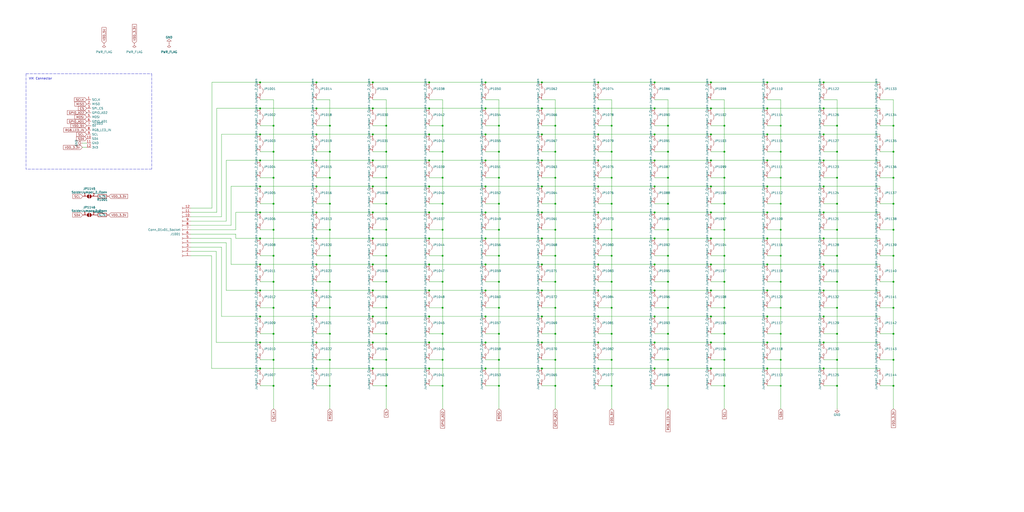
<source format=kicad_sch>
(kicad_sch (version 20230121) (generator eeschema)
  (paper "User" 599.999 299.999)
  (title_block (company "bastard keyboards") (comment 4 "Copyright Quentin Lebastard"))
  (lib_symbols
    (symbol "Connector:Conn_01x12_Socket" (pin_names (offset 1.016) hide)
      (property "Reference" "J" (at 0 15.24 0))
      (property "Value" "Conn_01x12_Socket" (at 0 -17.78 0))
      (symbol "Conn_01x12_Socket_1_1"
        (pin passive line (at -5.08 12.7 0) (length 3.81) (name "Pin_1") (number "1"))
        (pin passive line (at -5.08 -10.16 0) (length 3.81) (name "Pin_10") (number "10"))
        (pin passive line (at -5.08 -12.7 0) (length 3.81) (name "Pin_11") (number "11"))
        (pin passive line (at -5.08 -15.24 0) (length 3.81) (name "Pin_12") (number "12"))
        (pin passive line (at -5.08 10.16 0) (length 3.81) (name "Pin_2") (number "2"))
        (pin passive line (at -5.08 7.62 0) (length 3.81) (name "Pin_3") (number "3"))
        (pin passive line (at -5.08 5.08 0) (length 3.81) (name "Pin_4") (number "4"))
        (pin passive line (at -5.08 2.54 0) (length 3.81) (name "Pin_5") (number "5"))
        (pin passive line (at -5.08 0 0) (length 3.81) (name "Pin_6") (number "6"))
        (pin passive line (at -5.08 -2.54 0) (length 3.81) (name "Pin_7") (number "7"))
        (pin passive line (at -5.08 -5.08 0) (length 3.81) (name "Pin_8") (number "8"))
        (pin passive line (at -5.08 -7.62 0) (length 3.81) (name "Pin_9") (number "9"))
      )
    )
    (symbol "Device:R" (pin_numbers hide) (pin_names (offset 0))
      (property "Reference" "R" (at 2.032 0 90))
      (property "Value" "R" (at 0 0 90))
      (symbol "R_1_1"
        (pin passive line (at 0 3.81 270) (length 1.27) (name "~") (number "1"))
        (pin passive line (at 0 -3.81 90) (length 1.27) (name "~") (number "2"))
      )
    )
    (symbol "Jumper:Jumper_2_Open" (pin_names (offset 0) hide)
      (property "Reference" "JP" (at 0 2.794 0))
      (property "Value" "Jumper_2_Open" (at 0 -2.286 0))
      (symbol "Jumper_2_Open_1_1"
        (pin passive line (at -5.08 0 0) (length 2.54) (name "A") (number "1"))
        (pin passive line (at 5.08 0 180) (length 2.54) (name "B") (number "2"))
      )
    )
    (symbol "Jumper:SolderJumper_2_Open" (pin_names (offset 0) hide)
      (property "Reference" "JP" (at 0 2.032 0))
      (property "Value" "SolderJumper_2_Open" (at 0 -2.54 0))
      (symbol "SolderJumper_2_Open_1_1"
        (pin passive line (at -3.81 0 0) (length 2.54) (name "A") (number "1"))
        (pin passive line (at 3.81 0 180) (length 2.54) (name "B") (number "2"))
      )
    )
    (symbol "power:GND" (power) (pin_names (offset 0))
      (property "Value" "GND" (at 0 -3.81 0))
      (symbol "GND_1_1"
        (pin power_in line (at 0 0 270) (length 0) hide (name "GND") (number "1"))
      )
    )
    (symbol "power:PWR_FLAG" (power) (pin_numbers hide) (pin_names (offset 0) hide)
      (property "Value" "PWR_FLAG" (at 0 3.81 0))
      (symbol "PWR_FLAG_0_0"
        (pin power_out line (at 0 0 90) (length 0) (name "pwr") (number "1"))
      )
    )
    (symbol "vik:vik-module-connector"
      (property "Reference" "J" (at 0 17.78 0))
      (symbol "vik-module-connector_1_1"
        (pin input line (at 0 13.97 0) (length 2.54) (name "SCLK") (number "1"))
        (pin input line (at 0 -8.89 0) (length 2.54) (name "SDA") (number "10"))
        (pin power_in line (at 0 -11.43 0) (length 2.54) (name "GND") (number "11"))
        (pin power_in line (at 0 -13.97 0) (length 2.54) (name "3V3") (number "12"))
        (pin input line (at 0 11.43 0) (length 2.54) (name "MISO") (number "2"))
        (pin input line (at 0 8.89 0) (length 2.54) (name "SPI_CS") (number "3"))
        (pin input line (at 0 6.35 0) (length 2.54) (name "GPIO_AD2") (number "4"))
        (pin input line (at 0 3.81 0) (length 2.54) (name "MOSI") (number "5"))
        (pin input line (at 0 1.27 0) (length 2.54) (name "GPIO_AD1") (number "6"))
        (pin power_in line (at 0 -1.27 0) (length 2.54) (name "5V") (number "7"))
        (pin input line (at 0 -3.81 0) (length 2.54) (name "RGB_LED_IN") (number "8"))
        (pin input line (at 0 -6.35 0) (length 2.54) (name "SCL") (number "9"))
      )
    )
  )
  (junction (at 284.48 124.46))
  (junction (at 391.414 226.06))
  (junction (at 490.474 226.06))
  (junction (at 490.474 134.62))
  (junction (at 193.294 134.62))
  (junction (at 160.274 88.9))
  (junction (at 185.42 170.18))
  (junction (at 259.334 104.14))
  (junction (at 358.394 210.82))
  (junction (at 185.42 63.5))
  (junction (at 284.48 215.9))
  (junction (at 259.334 210.82))
  (junction (at 482.6 215.9))
  (junction (at 292.354 180.34))
  (junction (at 383.54 78.74))
  (junction (at 251.46 170.18))
  (junction (at 482.6 185.42))
  (junction (at 416.56 63.5))
  (junction (at 424.434 165.1))
  (junction (at 457.454 226.06))
  (junction (at 449.58 185.42))
  (junction (at 284.48 154.94))
  (junction (at 160.274 180.34))
  (junction (at 490.474 180.34))
  (junction (at 449.58 170.18))
  (junction (at 193.294 180.34))
  (junction (at 350.52 48.26))
  (junction (at 523.494 165.1))
  (junction (at 449.58 48.26))
  (junction (at 292.354 226.06))
  (junction (at 317.5 109.22))
  (junction (at 358.394 149.86))
  (junction (at 457.454 165.1))
  (junction (at 391.414 210.82))
  (junction (at 490.474 149.86))
  (junction (at 416.56 78.74))
  (junction (at 193.294 104.14))
  (junction (at 226.314 226.06))
  (junction (at 251.46 200.66))
  (junction (at 350.52 170.18))
  (junction (at 226.314 195.58))
  (junction (at 317.5 215.9))
  (junction (at 251.46 63.5))
  (junction (at 226.314 180.34))
  (junction (at 317.5 154.94))
  (junction (at 218.44 139.7))
  (junction (at 449.58 154.94))
  (junction (at 482.6 170.18))
  (junction (at 449.58 139.7))
  (junction (at 160.274 226.06))
  (junction (at 325.374 104.14))
  (junction (at 391.414 165.1))
  (junction (at 457.454 149.86))
  (junction (at 424.434 104.14))
  (junction (at 482.6 139.7))
  (junction (at 218.44 215.9))
  (junction (at 482.6 124.46))
  (junction (at 317.5 185.42))
  (junction (at 284.48 200.66))
  (junction (at 218.44 200.66))
  (junction (at 391.414 104.14))
  (junction (at 185.42 139.7))
  (junction (at 317.5 78.74))
  (junction (at 523.494 119.38))
  (junction (at 185.42 185.42))
  (junction (at 259.334 165.1))
  (junction (at 457.454 210.82))
  (junction (at 284.48 139.7))
  (junction (at 251.46 109.22))
  (junction (at 160.274 149.86))
  (junction (at 185.42 200.66))
  (junction (at 193.294 210.82))
  (junction (at 218.44 93.98))
  (junction (at 152.4 185.42))
  (junction (at 416.56 93.98))
  (junction (at 152.4 200.66))
  (junction (at 218.44 124.46))
  (junction (at 391.414 119.38))
  (junction (at 416.56 200.66))
  (junction (at 350.52 215.9))
  (junction (at 284.48 109.22))
  (junction (at 251.46 185.42))
  (junction (at 383.54 154.94))
  (junction (at 160.274 165.1))
  (junction (at 317.5 48.26))
  (junction (at 292.354 73.66))
  (junction (at 160.274 104.14))
  (junction (at 358.394 134.62))
  (junction (at 152.4 93.98))
  (junction (at 416.56 170.18))
  (junction (at 416.56 109.22))
  (junction (at 358.394 195.58))
  (junction (at 350.52 185.42))
  (junction (at 391.414 180.34))
  (junction (at 259.334 149.86))
  (junction (at 424.434 226.06))
  (junction (at 449.58 200.66))
  (junction (at 193.294 165.1))
  (junction (at 218.44 185.42))
  (junction (at 152.4 48.26))
  (junction (at 482.6 63.5))
  (junction (at 259.334 119.38))
  (junction (at 424.434 180.34))
  (junction (at 383.54 200.66))
  (junction (at 259.334 226.06))
  (junction (at 449.58 124.46))
  (junction (at 383.54 124.46))
  (junction (at 383.54 215.9))
  (junction (at 482.6 78.74))
  (junction (at 152.4 109.22))
  (junction (at 284.48 170.18))
  (junction (at 325.374 134.62))
  (junction (at 218.44 109.22))
  (junction (at 490.474 73.66))
  (junction (at 259.334 180.34))
  (junction (at 259.334 134.62))
  (junction (at 317.5 63.5))
  (junction (at 449.58 63.5))
  (junction (at 251.46 215.9))
  (junction (at 325.374 73.66))
  (junction (at 317.5 124.46))
  (junction (at 292.354 149.86))
  (junction (at 457.454 119.38))
  (junction (at 457.454 73.66))
  (junction (at 251.46 93.98))
  (junction (at 193.294 226.06))
  (junction (at 449.58 215.9))
  (junction (at 259.334 88.9))
  (junction (at 457.454 104.14))
  (junction (at 416.56 215.9))
  (junction (at 424.434 210.82))
  (junction (at 416.56 139.7))
  (junction (at 482.6 154.94))
  (junction (at 193.294 88.9))
  (junction (at 325.374 88.9))
  (junction (at 325.374 210.82))
  (junction (at 391.414 195.58))
  (junction (at 391.414 73.66))
  (junction (at 284.48 78.74))
  (junction (at 284.48 48.26))
  (junction (at 523.494 88.9))
  (junction (at 160.274 73.66))
  (junction (at 284.48 185.42))
  (junction (at 218.44 48.26))
  (junction (at 226.314 88.9))
  (junction (at 152.4 215.9))
  (junction (at 482.6 48.26))
  (junction (at 251.46 78.74))
  (junction (at 490.474 210.82))
  (junction (at 391.414 134.62))
  (junction (at 193.294 195.58))
  (junction (at 523.494 104.14))
  (junction (at 383.54 109.22))
  (junction (at 523.494 134.62))
  (junction (at 350.52 109.22))
  (junction (at 449.58 78.74))
  (junction (at 226.314 73.66))
  (junction (at 416.56 124.46))
  (junction (at 218.44 154.94))
  (junction (at 226.314 165.1))
  (junction (at 152.4 139.7))
  (junction (at 218.44 63.5))
  (junction (at 292.354 119.38))
  (junction (at 482.6 200.66))
  (junction (at 193.294 73.66))
  (junction (at 523.494 210.82))
  (junction (at 457.454 134.62))
  (junction (at 325.374 165.1))
  (junction (at 391.414 149.86))
  (junction (at 490.474 88.9))
  (junction (at 152.4 63.5))
  (junction (at 523.494 149.86))
  (junction (at 218.44 78.74))
  (junction (at 325.374 119.38))
  (junction (at 482.6 93.98))
  (junction (at 383.54 170.18))
  (junction (at 259.334 195.58))
  (junction (at 317.5 170.18))
  (junction (at 523.494 226.06))
  (junction (at 259.334 73.66))
  (junction (at 457.454 180.34))
  (junction (at 424.434 119.38))
  (junction (at 193.294 149.86))
  (junction (at 490.474 104.14))
  (junction (at 251.46 124.46))
  (junction (at 358.394 180.34))
  (junction (at 317.5 93.98))
  (junction (at 193.294 119.38))
  (junction (at 358.394 165.1))
  (junction (at 284.48 63.5))
  (junction (at 251.46 48.26))
  (junction (at 490.474 119.38))
  (junction (at 152.4 78.74))
  (junction (at 383.54 63.5))
  (junction (at 226.314 149.86))
  (junction (at 383.54 48.26))
  (junction (at 160.274 210.82))
  (junction (at 416.56 48.26))
  (junction (at 457.454 195.58))
  (junction (at 292.354 104.14))
  (junction (at 424.434 195.58))
  (junction (at 251.46 139.7))
  (junction (at 457.454 88.9))
  (junction (at 350.52 139.7))
  (junction (at 251.46 154.94))
  (junction (at 317.5 139.7))
  (junction (at 424.434 88.9))
  (junction (at 416.56 154.94))
  (junction (at 160.274 134.62))
  (junction (at 226.314 119.38))
  (junction (at 226.314 134.62))
  (junction (at 292.354 210.82))
  (junction (at 152.4 124.46))
  (junction (at 350.52 78.74))
  (junction (at 358.394 88.9))
  (junction (at 284.48 93.98))
  (junction (at 292.354 88.9))
  (junction (at 482.6 109.22))
  (junction (at 160.274 119.38))
  (junction (at 424.434 134.62))
  (junction (at 350.52 200.66))
  (junction (at 383.54 185.42))
  (junction (at 490.474 165.1))
  (junction (at 292.354 165.1))
  (junction (at 185.42 93.98))
  (junction (at 383.54 139.7))
  (junction (at 449.58 109.22))
  (junction (at 160.274 195.58))
  (junction (at 523.494 73.66))
  (junction (at 185.42 109.22))
  (junction (at 424.434 149.86))
  (junction (at 449.58 93.98))
  (junction (at 152.4 170.18))
  (junction (at 350.52 124.46))
  (junction (at 490.474 195.58))
  (junction (at 317.5 200.66))
  (junction (at 350.52 93.98))
  (junction (at 185.42 215.9))
  (junction (at 185.42 154.94))
  (junction (at 185.42 78.74))
  (junction (at 358.394 73.66))
  (junction (at 358.394 226.06))
  (junction (at 292.354 195.58))
  (junction (at 185.42 48.26))
  (junction (at 358.394 104.14))
  (junction (at 350.52 63.5))
  (junction (at 416.56 185.42))
  (junction (at 350.52 154.94))
  (junction (at 292.354 134.62))
  (junction (at 226.314 104.14))
  (junction (at 325.374 195.58))
  (junction (at 358.394 119.38))
  (junction (at 185.42 124.46))
  (junction (at 325.374 149.86))
  (junction (at 523.494 180.34))
  (junction (at 325.374 180.34))
  (junction (at 325.374 226.06))
  (junction (at 391.414 88.9))
  (junction (at 424.434 73.66))
  (junction (at 218.44 170.18))
  (junction (at 226.314 210.82))
  (junction (at 523.494 195.58))
  (junction (at 152.4 154.94))
  (junction (at 383.54 93.98))
  (wire (pts (xy 523.494 58.42) (xy 523.494 73.66)))
  (wire (pts (xy 416.56 185.42) (xy 449.58 185.42)))
  (polyline (pts (xy 15.24 43.18) (xy 15.24 99.06)) (stroke (width 0) (type dash)))
  (wire (pts (xy 152.4 154.94) (xy 135.382 154.94)))
  (wire (pts (xy 218.44 109.22) (xy 251.46 109.22)))
  (wire (pts (xy 515.62 226.06) (xy 523.494 226.06)))
  (wire (pts (xy 482.6 180.34) (xy 490.474 180.34)))
  (wire (pts (xy 350.52 78.74) (xy 383.54 78.74)))
  (wire (pts (xy 482.6 109.22) (xy 515.62 109.22)))
  (wire (pts (xy 111.76 134.62) (xy 138.176 134.62)))
  (wire (pts (xy 523.494 88.9) (xy 523.494 104.14)))
  (wire (pts (xy 449.58 210.82) (xy 457.454 210.82)))
  (wire (pts (xy 383.54 139.7) (xy 416.56 139.7)))
  (wire (pts (xy 160.274 195.58) (xy 160.274 210.82)))
  (wire (pts (xy 416.56 119.38) (xy 424.434 119.38)))
  (wire (pts (xy 218.44 119.38) (xy 226.314 119.38)))
  (wire (pts (xy 152.4 154.94) (xy 185.42 154.94)))
  (wire (pts (xy 358.394 165.1) (xy 358.394 180.34)))
  (wire (pts (xy 138.176 137.16) (xy 138.176 139.7)))
  (wire (pts (xy 111.76 144.78) (xy 129.794 144.78)))
  (wire (pts (xy 218.44 134.62) (xy 226.314 134.62)))
  (wire (pts (xy 193.294 195.58) (xy 193.294 210.82)))
  (wire (pts (xy 284.48 210.82) (xy 292.354 210.82)))
  (wire (pts (xy 482.6 48.26) (xy 515.62 48.26)))
  (wire (pts (xy 449.58 124.46) (xy 482.6 124.46)))
  (wire (pts (xy 284.48 78.74) (xy 317.5 78.74)))
  (wire (pts (xy 416.56 226.06) (xy 424.434 226.06)))
  (wire (pts (xy 292.354 119.38) (xy 292.354 134.62)))
  (wire (pts (xy 226.314 195.58) (xy 226.314 210.82)))
  (wire (pts (xy 490.474 58.42) (xy 490.474 73.66)))
  (wire (pts (xy 457.454 180.34) (xy 457.454 195.58)))
  (wire (pts (xy 193.294 149.86) (xy 193.294 165.1)))
  (wire (pts (xy 424.434 104.14) (xy 424.434 119.38)))
  (wire (pts (xy 251.46 58.42) (xy 259.334 58.42)))
  (wire (pts (xy 259.334 134.62) (xy 259.334 149.86)))
  (wire (pts (xy 350.52 48.26) (xy 383.54 48.26)))
  (wire (pts (xy 160.274 88.9) (xy 160.274 104.14)))
  (wire (pts (xy 449.58 93.98) (xy 482.6 93.98)))
  (wire (pts (xy 416.56 200.66) (xy 449.58 200.66)))
  (wire (pts (xy 152.4 200.66) (xy 185.42 200.66)))
  (wire (pts (xy 185.42 104.14) (xy 193.294 104.14)))
  (wire (pts (xy 358.394 195.58) (xy 358.394 210.82)))
  (wire (pts (xy 123.952 149.86) (xy 123.952 215.9)))
  (wire (pts (xy 515.62 210.82) (xy 523.494 210.82)))
  (wire (pts (xy 111.76 124.46) (xy 127 124.46)))
  (wire (pts (xy 350.52 93.98) (xy 383.54 93.98)))
  (wire (pts (xy 490.474 149.86) (xy 490.474 165.1)))
  (wire (pts (xy 152.4 109.22) (xy 135.382 109.22)))
  (wire (pts (xy 185.42 93.98) (xy 218.44 93.98)))
  (wire (pts (xy 284.48 58.42) (xy 292.354 58.42)))
  (wire (pts (xy 185.42 226.06) (xy 193.294 226.06)))
  (wire (pts (xy 160.274 165.1) (xy 160.274 180.34)))
  (wire (pts (xy 138.176 124.46) (xy 138.176 134.62)))
  (wire (pts (xy 284.48 154.94) (xy 317.5 154.94)))
  (wire (pts (xy 449.58 195.58) (xy 457.454 195.58)))
  (wire (pts (xy 129.794 78.74) (xy 129.794 127)))
  (wire (pts (xy 111.76 142.24) (xy 132.588 142.24)))
  (wire (pts (xy 515.62 149.86) (xy 523.494 149.86)))
  (wire (pts (xy 111.76 147.32) (xy 126.746 147.32)))
  (wire (pts (xy 383.54 78.74) (xy 416.56 78.74)))
  (wire (pts (xy 152.4 215.9) (xy 185.42 215.9)))
  (wire (pts (xy 185.42 58.42) (xy 193.294 58.42)))
  (wire (pts (xy 284.48 119.38) (xy 292.354 119.38)))
  (wire (pts (xy 325.374 104.14) (xy 325.374 119.38)))
  (wire (pts (xy 124.206 48.26) (xy 124.206 121.92)))
  (wire (pts (xy 449.58 226.06) (xy 457.454 226.06)))
  (wire (pts (xy 490.474 73.66) (xy 490.474 88.9)))
  (wire (pts (xy 457.454 58.42) (xy 457.454 73.66)))
  (wire (pts (xy 292.354 195.58) (xy 292.354 210.82)))
  (wire (pts (xy 350.52 109.22) (xy 383.54 109.22)))
  (wire (pts (xy 350.52 63.5) (xy 383.54 63.5)))
  (wire (pts (xy 152.4 134.62) (xy 160.274 134.62)))
  (wire (pts (xy 482.6 104.14) (xy 490.474 104.14)))
  (wire (pts (xy 284.48 226.06) (xy 292.354 226.06)))
  (wire (pts (xy 284.48 124.46) (xy 317.5 124.46)))
  (wire (pts (xy 383.54 104.14) (xy 391.414 104.14)))
  (wire (pts (xy 152.4 165.1) (xy 160.274 165.1)))
  (wire (pts (xy 350.52 58.42) (xy 358.394 58.42)))
  (wire (pts (xy 350.52 226.06) (xy 358.394 226.06)))
  (wire (pts (xy 251.46 48.26) (xy 284.48 48.26)))
  (wire (pts (xy 383.54 154.94) (xy 416.56 154.94)))
  (wire (pts (xy 391.414 180.34) (xy 391.414 195.58)))
  (wire (pts (xy 482.6 93.98) (xy 515.62 93.98)))
  (wire (pts (xy 383.54 63.5) (xy 416.56 63.5)))
  (wire (pts (xy 350.52 165.1) (xy 358.394 165.1)))
  (wire (pts (xy 129.794 144.78) (xy 129.794 185.42)))
  (wire (pts (xy 152.4 195.58) (xy 160.274 195.58)))
  (wire (pts (xy 416.56 195.58) (xy 424.434 195.58)))
  (wire (pts (xy 449.58 149.86) (xy 457.454 149.86)))
  (wire (pts (xy 317.5 124.46) (xy 350.52 124.46)))
  (wire (pts (xy 490.474 104.14) (xy 490.474 119.38)))
  (polyline (pts (xy 88.9 99.06) (xy 15.24 99.06)) (stroke (width 0) (type dash)))
  (wire (pts (xy 350.52 119.38) (xy 358.394 119.38)))
  (wire (pts (xy 152.4 149.86) (xy 160.274 149.86)))
  (wire (pts (xy 449.58 119.38) (xy 457.454 119.38)))
  (wire (pts (xy 218.44 88.9) (xy 226.314 88.9)))
  (wire (pts (xy 449.58 185.42) (xy 482.6 185.42)))
  (wire (pts (xy 111.76 149.86) (xy 123.952 149.86)))
  (wire (pts (xy 284.48 149.86) (xy 292.354 149.86)))
  (wire (pts (xy 251.46 134.62) (xy 259.334 134.62)))
  (wire (pts (xy 259.334 149.86) (xy 259.334 165.1)))
  (wire (pts (xy 482.6 226.06) (xy 490.474 226.06)))
  (wire (pts (xy 160.274 149.86) (xy 160.274 165.1)))
  (wire (pts (xy 317.5 93.98) (xy 350.52 93.98)))
  (wire (pts (xy 523.494 195.58) (xy 523.494 210.82)))
  (wire (pts (xy 449.58 134.62) (xy 457.454 134.62)))
  (wire (pts (xy 226.314 104.14) (xy 226.314 119.38)))
  (wire (pts (xy 48.26 83.82) (xy 50.8 83.82)))
  (wire (pts (xy 515.62 195.58) (xy 523.494 195.58)))
  (wire (pts (xy 449.58 154.94) (xy 482.6 154.94)))
  (wire (pts (xy 482.6 195.58) (xy 490.474 195.58)))
  (wire (pts (xy 416.56 134.62) (xy 424.434 134.62)))
  (wire (pts (xy 358.394 180.34) (xy 358.394 195.58)))
  (wire (pts (xy 251.46 215.9) (xy 284.48 215.9)))
  (wire (pts (xy 523.494 226.06) (xy 523.494 239.522)))
  (wire (pts (xy 284.48 215.9) (xy 317.5 215.9)))
  (polyline (pts (xy 88.9 43.18) (xy 88.9 99.06)) (stroke (width 0) (type dash)))
  (wire (pts (xy 325.374 180.34) (xy 325.374 195.58)))
  (wire (pts (xy 325.374 149.86) (xy 325.374 165.1)))
  (wire (pts (xy 292.354 226.06) (xy 292.354 239.522)))
  (wire (pts (xy 251.46 180.34) (xy 259.334 180.34)))
  (wire (pts (xy 259.334 180.34) (xy 259.334 195.58)))
  (wire (pts (xy 523.494 210.82) (xy 523.494 226.06)))
  (wire (pts (xy 350.52 170.18) (xy 383.54 170.18)))
  (wire (pts (xy 515.62 73.66) (xy 523.494 73.66)))
  (wire (pts (xy 383.54 58.42) (xy 391.414 58.42)))
  (wire (pts (xy 152.4 226.06) (xy 160.274 226.06)))
  (wire (pts (xy 416.56 104.14) (xy 424.434 104.14)))
  (wire (pts (xy 449.58 170.18) (xy 482.6 170.18)))
  (wire (pts (xy 350.52 180.34) (xy 358.394 180.34)))
  (wire (pts (xy 218.44 139.7) (xy 251.46 139.7)))
  (wire (pts (xy 292.354 134.62) (xy 292.354 149.86)))
  (wire (pts (xy 185.42 48.26) (xy 218.44 48.26)))
  (wire (pts (xy 325.374 119.38) (xy 325.374 134.62)))
  (wire (pts (xy 292.354 88.9) (xy 292.354 104.14)))
  (wire (pts (xy 284.48 200.66) (xy 317.5 200.66)))
  (wire (pts (xy 152.4 63.5) (xy 185.42 63.5)))
  (wire (pts (xy 482.6 73.66) (xy 490.474 73.66)))
  (wire (pts (xy 490.474 119.38) (xy 490.474 134.62)))
  (wire (pts (xy 325.374 210.82) (xy 325.374 226.06)))
  (wire (pts (xy 358.394 226.06) (xy 358.394 239.522)))
  (wire (pts (xy 416.56 88.9) (xy 424.434 88.9)))
  (wire (pts (xy 284.48 134.62) (xy 292.354 134.62)))
  (wire (pts (xy 185.42 154.94) (xy 218.44 154.94)))
  (wire (pts (xy 152.4 88.9) (xy 160.274 88.9)))
  (wire (pts (xy 152.4 109.22) (xy 185.42 109.22)))
  (wire (pts (xy 160.274 226.06) (xy 160.274 239.522)))
  (wire (pts (xy 135.382 109.22) (xy 135.382 132.08)))
  (wire (pts (xy 160.274 73.66) (xy 160.274 88.9)))
  (wire (pts (xy 350.52 195.58) (xy 358.394 195.58)))
  (wire (pts (xy 358.394 119.38) (xy 358.394 134.62)))
  (wire (pts (xy 317.5 88.9) (xy 325.374 88.9)))
  (wire (pts (xy 193.294 226.06) (xy 193.294 239.522)))
  (wire (pts (xy 152.4 93.98) (xy 132.588 93.98)))
  (wire (pts (xy 317.5 165.1) (xy 325.374 165.1)))
  (wire (pts (xy 152.4 170.18) (xy 132.588 170.18)))
  (wire (pts (xy 185.42 200.66) (xy 218.44 200.66)))
  (wire (pts (xy 482.6 124.46) (xy 515.62 124.46)))
  (wire (pts (xy 152.4 180.34) (xy 160.274 180.34)))
  (wire (pts (xy 185.42 78.74) (xy 218.44 78.74)))
  (wire (pts (xy 350.52 124.46) (xy 383.54 124.46)))
  (wire (pts (xy 523.494 73.66) (xy 523.494 88.9)))
  (wire (pts (xy 284.48 93.98) (xy 317.5 93.98)))
  (wire (pts (xy 251.46 210.82) (xy 259.334 210.82)))
  (wire (pts (xy 218.44 215.9) (xy 251.46 215.9)))
  (wire (pts (xy 482.6 149.86) (xy 490.474 149.86)))
  (wire (pts (xy 523.494 104.14) (xy 523.494 119.38)))
  (wire (pts (xy 193.294 210.82) (xy 193.294 226.06)))
  (wire (pts (xy 457.454 165.1) (xy 457.454 180.34)))
  (wire (pts (xy 358.394 58.42) (xy 358.394 73.66)))
  (wire (pts (xy 193.294 104.14) (xy 193.294 119.38)))
  (wire (pts (xy 259.334 88.9) (xy 259.334 104.14)))
  (wire (pts (xy 152.4 73.66) (xy 160.274 73.66)))
  (wire (pts (xy 449.58 58.42) (xy 457.454 58.42)))
  (wire (pts (xy 515.62 104.14) (xy 523.494 104.14)))
  (wire (pts (xy 185.42 63.5) (xy 218.44 63.5)))
  (wire (pts (xy 416.56 73.66) (xy 424.434 73.66)))
  (wire (pts (xy 284.48 73.66) (xy 292.354 73.66)))
  (wire (pts (xy 284.48 88.9) (xy 292.354 88.9)))
  (wire (pts (xy 391.414 165.1) (xy 391.414 180.34)))
  (wire (pts (xy 391.414 226.06) (xy 391.414 239.522)))
  (wire (pts (xy 391.414 195.58) (xy 391.414 210.82)))
  (wire (pts (xy 160.274 134.62) (xy 160.274 149.86)))
  (wire (pts (xy 383.54 93.98) (xy 416.56 93.98)))
  (wire (pts (xy 152.4 185.42) (xy 185.42 185.42)))
  (wire (pts (xy 424.434 58.42) (xy 424.434 73.66)))
  (wire (pts (xy 457.454 210.82) (xy 457.454 226.06)))
  (wire (pts (xy 160.274 180.34) (xy 160.274 195.58)))
  (wire (pts (xy 193.294 165.1) (xy 193.294 180.34)))
  (wire (pts (xy 152.4 63.5) (xy 127 63.5)))
  (wire (pts (xy 259.334 104.14) (xy 259.334 119.38)))
  (wire (pts (xy 449.58 88.9) (xy 457.454 88.9)))
  (wire (pts (xy 251.46 119.38) (xy 259.334 119.38)))
  (wire (pts (xy 218.44 154.94) (xy 251.46 154.94)))
  (wire (pts (xy 457.454 73.66) (xy 457.454 88.9)))
  (wire (pts (xy 416.56 139.7) (xy 449.58 139.7)))
  (wire (pts (xy 457.454 119.38) (xy 457.454 134.62)))
  (wire (pts (xy 317.5 109.22) (xy 350.52 109.22)))
  (wire (pts (xy 457.454 195.58) (xy 457.454 210.82)))
  (wire (pts (xy 416.56 210.82) (xy 424.434 210.82)))
  (wire (pts (xy 383.54 124.46) (xy 416.56 124.46)))
  (wire (pts (xy 185.42 119.38) (xy 193.294 119.38)))
  (wire (pts (xy 152.4 139.7) (xy 185.42 139.7)))
  (wire (pts (xy 457.454 134.62) (xy 457.454 149.86)))
  (wire (pts (xy 193.294 73.66) (xy 193.294 88.9)))
  (wire (pts (xy 251.46 139.7) (xy 284.48 139.7)))
  (wire (pts (xy 226.314 165.1) (xy 226.314 180.34)))
  (wire (pts (xy 126.746 147.32) (xy 126.746 200.66)))
  (wire (pts (xy 416.56 63.5) (xy 449.58 63.5)))
  (wire (pts (xy 523.494 180.34) (xy 523.494 195.58)))
  (wire (pts (xy 383.54 165.1) (xy 391.414 165.1)))
  (wire (pts (xy 218.44 165.1) (xy 226.314 165.1)))
  (wire (pts (xy 317.5 154.94) (xy 350.52 154.94)))
  (wire (pts (xy 490.474 210.82) (xy 490.474 226.06)))
  (wire (pts (xy 152.4 78.74) (xy 129.794 78.74)))
  (wire (pts (xy 292.354 104.14) (xy 292.354 119.38)))
  (wire (pts (xy 449.58 104.14) (xy 457.454 104.14)))
  (wire (pts (xy 185.42 134.62) (xy 193.294 134.62)))
  (wire (pts (xy 317.5 200.66) (xy 350.52 200.66)))
  (wire (pts (xy 383.54 226.06) (xy 391.414 226.06)))
  (wire (pts (xy 482.6 215.9) (xy 515.62 215.9)))
  (wire (pts (xy 383.54 73.66) (xy 391.414 73.66)))
  (wire (pts (xy 416.56 93.98) (xy 449.58 93.98)))
  (wire (pts (xy 317.5 170.18) (xy 350.52 170.18)))
  (wire (pts (xy 218.44 93.98) (xy 251.46 93.98)))
  (wire (pts (xy 259.334 195.58) (xy 259.334 210.82)))
  (wire (pts (xy 457.454 149.86) (xy 457.454 165.1)))
  (wire (pts (xy 251.46 170.18) (xy 284.48 170.18)))
  (wire (pts (xy 416.56 170.18) (xy 449.58 170.18)))
  (wire (pts (xy 424.434 134.62) (xy 424.434 149.86)))
  (wire (pts (xy 317.5 73.66) (xy 325.374 73.66)))
  (wire (pts (xy 284.48 48.26) (xy 317.5 48.26)))
  (wire (pts (xy 383.54 119.38) (xy 391.414 119.38)))
  (wire (pts (xy 160.274 104.14) (xy 160.274 119.38)))
  (wire (pts (xy 251.46 154.94) (xy 284.48 154.94)))
  (wire (pts (xy 482.6 210.82) (xy 490.474 210.82)))
  (wire (pts (xy 185.42 185.42) (xy 218.44 185.42)))
  (wire (pts (xy 185.42 149.86) (xy 193.294 149.86)))
  (wire (pts (xy 391.414 88.9) (xy 391.414 104.14)))
  (wire (pts (xy 193.294 88.9) (xy 193.294 104.14)))
  (wire (pts (xy 292.354 165.1) (xy 292.354 180.34)))
  (wire (pts (xy 259.334 58.42) (xy 259.334 73.66)))
  (wire (pts (xy 152.4 48.26) (xy 185.42 48.26)))
  (wire (pts (xy 383.54 215.9) (xy 416.56 215.9)))
  (wire (pts (xy 111.76 132.08) (xy 135.382 132.08)))
  (wire (pts (xy 251.46 109.22) (xy 284.48 109.22)))
  (wire (pts (xy 317.5 134.62) (xy 325.374 134.62)))
  (wire (pts (xy 482.6 58.42) (xy 490.474 58.42)))
  (wire (pts (xy 284.48 165.1) (xy 292.354 165.1)))
  (wire (pts (xy 383.54 200.66) (xy 416.56 200.66)))
  (wire (pts (xy 185.42 170.18) (xy 218.44 170.18)))
  (wire (pts (xy 383.54 180.34) (xy 391.414 180.34)))
  (wire (pts (xy 490.474 88.9) (xy 490.474 104.14)))
  (wire (pts (xy 515.62 119.38) (xy 523.494 119.38)))
  (wire (pts (xy 160.274 119.38) (xy 160.274 134.62)))
  (wire (pts (xy 185.42 165.1) (xy 193.294 165.1)))
  (wire (pts (xy 218.44 124.46) (xy 251.46 124.46)))
  (polyline (pts (xy 15.24 43.18) (xy 88.9 43.18)) (stroke (width 0) (type dash)))
  (wire (pts (xy 251.46 104.14) (xy 259.334 104.14)))
  (wire (pts (xy 111.76 121.92) (xy 124.206 121.92)))
  (wire (pts (xy 317.5 180.34) (xy 325.374 180.34)))
  (wire (pts (xy 160.274 210.82) (xy 160.274 226.06)))
  (wire (pts (xy 350.52 73.66) (xy 358.394 73.66)))
  (wire (pts (xy 391.414 134.62) (xy 391.414 149.86)))
  (wire (pts (xy 317.5 104.14) (xy 325.374 104.14)))
  (wire (pts (xy 424.434 73.66) (xy 424.434 88.9)))
  (wire (pts (xy 284.48 170.18) (xy 317.5 170.18)))
  (wire (pts (xy 383.54 210.82) (xy 391.414 210.82)))
  (wire (pts (xy 350.52 200.66) (xy 383.54 200.66)))
  (wire (pts (xy 152.4 215.9) (xy 123.952 215.9)))
  (wire (pts (xy 416.56 124.46) (xy 449.58 124.46)))
  (wire (pts (xy 193.294 119.38) (xy 193.294 134.62)))
  (wire (pts (xy 490.474 195.58) (xy 490.474 210.82)))
  (wire (pts (xy 490.474 180.34) (xy 490.474 195.58)))
  (wire (pts (xy 424.434 119.38) (xy 424.434 134.62)))
  (wire (pts (xy 350.52 149.86) (xy 358.394 149.86)))
  (wire (pts (xy 218.44 63.5) (xy 251.46 63.5)))
  (wire (pts (xy 482.6 88.9) (xy 490.474 88.9)))
  (wire (pts (xy 449.58 200.66) (xy 482.6 200.66)))
  (wire (pts (xy 523.494 134.62) (xy 523.494 149.86)))
  (wire (pts (xy 218.44 180.34) (xy 226.314 180.34)))
  (wire (pts (xy 185.42 195.58) (xy 193.294 195.58)))
  (wire (pts (xy 482.6 170.18) (xy 515.62 170.18)))
  (wire (pts (xy 391.414 149.86) (xy 391.414 165.1)))
  (wire (pts (xy 132.588 93.98) (xy 132.588 129.54)))
  (wire (pts (xy 424.434 210.82) (xy 424.434 226.06)))
  (wire (pts (xy 383.54 48.26) (xy 416.56 48.26)))
  (wire (pts (xy 449.58 78.74) (xy 482.6 78.74)))
  (wire (pts (xy 193.294 134.62) (xy 193.294 149.86)))
  (wire (pts (xy 482.6 134.62) (xy 490.474 134.62)))
  (wire (pts (xy 317.5 149.86) (xy 325.374 149.86)))
  (wire (pts (xy 482.6 139.7) (xy 515.62 139.7)))
  (wire (pts (xy 218.44 104.14) (xy 226.314 104.14)))
  (wire (pts (xy 416.56 154.94) (xy 449.58 154.94)))
  (wire (pts (xy 251.46 78.74) (xy 284.48 78.74)))
  (wire (pts (xy 218.44 48.26) (xy 251.46 48.26)))
  (wire (pts (xy 185.42 73.66) (xy 193.294 73.66)))
  (wire (pts (xy 515.62 134.62) (xy 523.494 134.62)))
  (wire (pts (xy 350.52 185.42) (xy 383.54 185.42)))
  (wire (pts (xy 350.52 210.82) (xy 358.394 210.82)))
  (wire (pts (xy 284.48 185.42) (xy 317.5 185.42)))
  (wire (pts (xy 424.434 195.58) (xy 424.434 210.82)))
  (wire (pts (xy 449.58 48.26) (xy 482.6 48.26)))
  (wire (pts (xy 284.48 104.14) (xy 292.354 104.14)))
  (wire (pts (xy 218.44 226.06) (xy 226.314 226.06)))
  (wire (pts (xy 48.26 86.36) (xy 50.8 86.36)))
  (wire (pts (xy 259.334 210.82) (xy 259.334 226.06)))
  (wire (pts (xy 284.48 109.22) (xy 317.5 109.22)))
  (wire (pts (xy 129.794 185.42) (xy 152.4 185.42)))
  (wire (pts (xy 152.4 58.42) (xy 160.274 58.42)))
  (wire (pts (xy 317.5 63.5) (xy 350.52 63.5)))
  (wire (pts (xy 317.5 185.42) (xy 350.52 185.42)))
  (wire (pts (xy 482.6 63.5) (xy 515.62 63.5)))
  (wire (pts (xy 226.314 180.34) (xy 226.314 195.58)))
  (wire (pts (xy 482.6 154.94) (xy 515.62 154.94)))
  (wire (pts (xy 152.4 210.82) (xy 160.274 210.82)))
  (wire (pts (xy 259.334 165.1) (xy 259.334 180.34)))
  (wire (pts (xy 449.58 180.34) (xy 457.454 180.34)))
  (wire (pts (xy 193.294 180.34) (xy 193.294 195.58)))
  (wire (pts (xy 416.56 109.22) (xy 449.58 109.22)))
  (wire (pts (xy 251.46 226.06) (xy 259.334 226.06)))
  (wire (pts (xy 284.48 195.58) (xy 292.354 195.58)))
  (wire (pts (xy 358.394 149.86) (xy 358.394 165.1)))
  (wire (pts (xy 185.42 180.34) (xy 193.294 180.34)))
  (wire (pts (xy 416.56 180.34) (xy 424.434 180.34)))
  (wire (pts (xy 292.354 149.86) (xy 292.354 165.1)))
  (wire (pts (xy 424.434 88.9) (xy 424.434 104.14)))
  (wire (pts (xy 135.382 139.7) (xy 135.382 154.94)))
  (wire (pts (xy 111.76 129.54) (xy 132.588 129.54)))
  (wire (pts (xy 218.44 210.82) (xy 226.314 210.82)))
  (wire (pts (xy 251.46 93.98) (xy 284.48 93.98)))
  (wire (pts (xy 317.5 139.7) (xy 350.52 139.7)))
  (wire (pts (xy 251.46 63.5) (xy 284.48 63.5)))
  (wire (pts (xy 226.314 134.62) (xy 226.314 149.86)))
  (wire (pts (xy 391.414 73.66) (xy 391.414 88.9)))
  (wire (pts (xy 457.454 226.06) (xy 457.454 239.522)))
  (wire (pts (xy 424.434 165.1) (xy 424.434 180.34)))
  (wire (pts (xy 218.44 73.66) (xy 226.314 73.66)))
  (wire (pts (xy 251.46 124.46) (xy 284.48 124.46)))
  (wire (pts (xy 218.44 149.86) (xy 226.314 149.86)))
  (wire (pts (xy 259.334 119.38) (xy 259.334 134.62)))
  (wire (pts (xy 482.6 185.42) (xy 515.62 185.42)))
  (wire (pts (xy 424.434 180.34) (xy 424.434 195.58)))
  (wire (pts (xy 251.46 73.66) (xy 259.334 73.66)))
  (wire (pts (xy 251.46 88.9) (xy 259.334 88.9)))
  (wire (pts (xy 124.206 48.26) (xy 152.4 48.26)))
  (wire (pts (xy 226.314 149.86) (xy 226.314 165.1)))
  (wire (pts (xy 325.374 195.58) (xy 325.374 210.82)))
  (wire (pts (xy 358.394 210.82) (xy 358.394 226.06)))
  (wire (pts (xy 259.334 73.66) (xy 259.334 88.9)))
  (wire (pts (xy 457.454 104.14) (xy 457.454 119.38)))
  (wire (pts (xy 185.42 210.82) (xy 193.294 210.82)))
  (wire (pts (xy 449.58 63.5) (xy 482.6 63.5)))
  (wire (pts (xy 358.394 104.14) (xy 358.394 119.38)))
  (wire (pts (xy 132.588 142.24) (xy 132.588 170.18)))
  (wire (pts (xy 383.54 185.42) (xy 416.56 185.42)))
  (wire (pts (xy 391.414 210.82) (xy 391.414 226.06)))
  (wire (pts (xy 152.4 104.14) (xy 160.274 104.14)))
  (wire (pts (xy 185.42 139.7) (xy 218.44 139.7)))
  (wire (pts (xy 490.474 134.62) (xy 490.474 149.86)))
  (wire (pts (xy 358.394 88.9) (xy 358.394 104.14)))
  (wire (pts (xy 325.374 88.9) (xy 325.374 104.14)))
  (wire (pts (xy 515.62 88.9) (xy 523.494 88.9)))
  (wire (pts (xy 193.294 58.42) (xy 193.294 73.66)))
  (wire (pts (xy 292.354 58.42) (xy 292.354 73.66)))
  (wire (pts (xy 482.6 200.66) (xy 515.62 200.66)))
  (wire (pts (xy 185.42 109.22) (xy 218.44 109.22)))
  (wire (pts (xy 424.434 226.06) (xy 424.434 239.522)))
  (wire (pts (xy 218.44 78.74) (xy 251.46 78.74)))
  (wire (pts (xy 350.52 139.7) (xy 383.54 139.7)))
  (wire (pts (xy 185.42 124.46) (xy 218.44 124.46)))
  (wire (pts (xy 358.394 134.62) (xy 358.394 149.86)))
  (wire (pts (xy 383.54 134.62) (xy 391.414 134.62)))
  (wire (pts (xy 284.48 63.5) (xy 317.5 63.5)))
  (wire (pts (xy 350.52 134.62) (xy 358.394 134.62)))
  (wire (pts (xy 416.56 78.74) (xy 449.58 78.74)))
  (wire (pts (xy 127 63.5) (xy 127 124.46)))
  (wire (pts (xy 449.58 215.9) (xy 482.6 215.9)))
  (wire (pts (xy 226.314 73.66) (xy 226.314 88.9)))
  (wire (pts (xy 523.494 119.38) (xy 523.494 134.62)))
  (wire (pts (xy 185.42 88.9) (xy 193.294 88.9)))
  (wire (pts (xy 152.4 139.7) (xy 138.176 139.7)))
  (wire (pts (xy 317.5 210.82) (xy 325.374 210.82)))
  (wire (pts (xy 490.474 165.1) (xy 490.474 180.34)))
  (wire (pts (xy 424.434 149.86) (xy 424.434 165.1)))
  (wire (pts (xy 218.44 170.18) (xy 251.46 170.18)))
  (wire (pts (xy 391.414 119.38) (xy 391.414 134.62)))
  (wire (pts (xy 152.4 124.46) (xy 138.176 124.46)))
  (wire (pts (xy 416.56 58.42) (xy 424.434 58.42)))
  (wire (pts (xy 292.354 180.34) (xy 292.354 195.58)))
  (wire (pts (xy 126.746 200.66) (xy 152.4 200.66)))
  (wire (pts (xy 317.5 215.9) (xy 350.52 215.9)))
  (wire (pts (xy 350.52 215.9) (xy 383.54 215.9)))
  (wire (pts (xy 317.5 119.38) (xy 325.374 119.38)))
  (wire (pts (xy 292.354 210.82) (xy 292.354 226.06)))
  (wire (pts (xy 226.314 58.42) (xy 226.314 73.66)))
  (wire (pts (xy 292.354 73.66) (xy 292.354 88.9)))
  (wire (pts (xy 416.56 165.1) (xy 424.434 165.1)))
  (wire (pts (xy 325.374 226.06) (xy 325.374 239.522)))
  (wire (pts (xy 226.314 226.06) (xy 226.314 239.522)))
  (wire (pts (xy 325.374 134.62) (xy 325.374 149.86)))
  (wire (pts (xy 218.44 195.58) (xy 226.314 195.58)))
  (wire (pts (xy 317.5 48.26) (xy 350.52 48.26)))
  (wire (pts (xy 325.374 58.42) (xy 325.374 73.66)))
  (wire (pts (xy 152.4 170.18) (xy 185.42 170.18)))
  (wire (pts (xy 482.6 78.74) (xy 515.62 78.74)))
  (wire (pts (xy 391.414 104.14) (xy 391.414 119.38)))
  (wire (pts (xy 482.6 119.38) (xy 490.474 119.38)))
  (wire (pts (xy 284.48 180.34) (xy 292.354 180.34)))
  (wire (pts (xy 416.56 149.86) (xy 424.434 149.86)))
  (wire (pts (xy 160.274 58.42) (xy 160.274 73.66)))
  (wire (pts (xy 218.44 185.42) (xy 251.46 185.42)))
  (wire (pts (xy 490.474 226.06) (xy 490.474 239.522)))
  (wire (pts (xy 523.494 165.1) (xy 523.494 180.34)))
  (wire (pts (xy 226.314 88.9) (xy 226.314 104.14)))
  (wire (pts (xy 111.76 127) (xy 129.794 127)))
  (wire (pts (xy 317.5 226.06) (xy 325.374 226.06)))
  (wire (pts (xy 226.314 210.82) (xy 226.314 226.06)))
  (wire (pts (xy 152.4 93.98) (xy 185.42 93.98)))
  (wire (pts (xy 152.4 124.46) (xy 185.42 124.46)))
  (wire (pts (xy 358.394 73.66) (xy 358.394 88.9)))
  (wire (pts (xy 515.62 58.42) (xy 523.494 58.42)))
  (wire (pts (xy 350.52 154.94) (xy 383.54 154.94)))
  (wire (pts (xy 251.46 200.66) (xy 284.48 200.66)))
  (wire (pts (xy 515.62 165.1) (xy 523.494 165.1)))
  (wire (pts (xy 152.4 78.74) (xy 185.42 78.74)))
  (wire (pts (xy 449.58 73.66) (xy 457.454 73.66)))
  (wire (pts (xy 416.56 215.9) (xy 449.58 215.9)))
  (wire (pts (xy 391.414 58.42) (xy 391.414 73.66)))
  (wire (pts (xy 482.6 165.1) (xy 490.474 165.1)))
  (wire (pts (xy 218.44 200.66) (xy 251.46 200.66)))
  (wire (pts (xy 251.46 149.86) (xy 259.334 149.86)))
  (wire (pts (xy 350.52 104.14) (xy 358.394 104.14)))
  (wire (pts (xy 515.62 180.34) (xy 523.494 180.34)))
  (wire (pts (xy 259.334 226.06) (xy 259.334 239.522)))
  (wire (pts (xy 325.374 165.1) (xy 325.374 180.34)))
  (wire (pts (xy 383.54 109.22) (xy 416.56 109.22)))
  (wire (pts (xy 251.46 195.58) (xy 259.334 195.58)))
  (wire (pts (xy 317.5 78.74) (xy 350.52 78.74)))
  (wire (pts (xy 317.5 58.42) (xy 325.374 58.42)))
  (wire (pts (xy 251.46 185.42) (xy 284.48 185.42)))
  (wire (pts (xy 111.76 137.16) (xy 138.176 137.16)))
  (wire (pts (xy 449.58 109.22) (xy 482.6 109.22)))
  (wire (pts (xy 111.76 139.7) (xy 135.382 139.7)))
  (wire (pts (xy 226.314 119.38) (xy 226.314 134.62)))
  (wire (pts (xy 317.5 195.58) (xy 325.374 195.58)))
  (wire (pts (xy 383.54 88.9) (xy 391.414 88.9)))
  (wire (pts (xy 449.58 139.7) (xy 482.6 139.7)))
  (wire (pts (xy 251.46 165.1) (xy 259.334 165.1)))
  (wire (pts (xy 185.42 215.9) (xy 218.44 215.9)))
  (wire (pts (xy 350.52 88.9) (xy 358.394 88.9)))
  (wire (pts (xy 416.56 48.26) (xy 449.58 48.26)))
  (wire (pts (xy 383.54 195.58) (xy 391.414 195.58)))
  (wire (pts (xy 284.48 139.7) (xy 317.5 139.7)))
  (wire (pts (xy 457.454 88.9) (xy 457.454 104.14)))
  (wire (pts (xy 325.374 73.66) (xy 325.374 88.9)))
  (wire (pts (xy 383.54 149.86) (xy 391.414 149.86)))
  (wire (pts (xy 383.54 170.18) (xy 416.56 170.18)))
  (wire (pts (xy 152.4 119.38) (xy 160.274 119.38)))
  (wire (pts (xy 523.494 149.86) (xy 523.494 165.1)))
  (wire (pts (xy 449.58 165.1) (xy 457.454 165.1)))
  (wire (pts (xy 218.44 58.42) (xy 226.314 58.42)))
  (text "VIK Connector" (at 30.5562 46.9138 0) (effects (font (size 1.27 1.27)) (justify right bottom)))
  (global_label "GPIO_AD2" (shape input) (at 259.334 239.522 270) (property "Intersheetrefs" "${INTERSHEET_REFS}" (effects hide)))
  (global_label "SCLK" (shape input) (at 160.274 239.522 270) (property "Intersheetrefs" "${INTERSHEET_REFS}" (effects hide)))
  (global_label "CS" (shape input) (at 50.8 63.5 180) (property "Intersheetrefs" "${INTERSHEET_REFS}" (effects hide)))
  (global_label "GPIO_AD1" (shape input) (at 50.8 71.12 180) (property "Intersheetrefs" "${INTERSHEET_REFS}" (effects hide)))
  (global_label "VDD_3.3V" (shape input) (at 63.754 115.062 0) (property "Intersheetrefs" "${INTERSHEET_REFS}" (effects hide)))
  (global_label "CS" (shape input) (at 226.314 239.522 270) (property "Intersheetrefs" "${INTERSHEET_REFS}" (effects hide)))
  (global_label "VDD_3.3V" (shape input) (at 78.74 25.4 90) (property "Intersheetrefs" "${INTERSHEET_REFS}" (effects hide)))
  (global_label "SDA" (shape input) (at 457.454 239.522 270) (property "Intersheetrefs" "${INTERSHEET_REFS}" (effects hide)))
  (global_label "VDD_5V" (shape input) (at 358.394 239.522 270) (property "Intersheetrefs" "${INTERSHEET_REFS}" (effects hide)))
  (global_label "VDD_3.3V" (shape input) (at 63.754 125.984 0) (property "Intersheetrefs" "${INTERSHEET_REFS}" (effects hide)))
  (global_label "SCLK" (shape input) (at 50.8 58.42 180) (property "Intersheetrefs" "${INTERSHEET_REFS}" (effects hide)))
  (global_label "SCL" (shape input) (at 48.514 115.062 180) (property "Intersheetrefs" "${INTERSHEET_REFS}" (effects hide)))
  (global_label "GPIO_AD1" (shape input) (at 325.374 239.522 270) (property "Intersheetrefs" "${INTERSHEET_REFS}" (effects hide)))
  (global_label "VDD_5V" (shape input) (at 60.96 25.4 90) (property "Intersheetrefs" "${INTERSHEET_REFS}" (effects hide)))
  (global_label "RGB_LED_IN" (shape input) (at 391.414 239.522 270) (property "Intersheetrefs" "${INTERSHEET_REFS}" (effects hide)))
  (global_label "SCL" (shape input) (at 424.434 239.522 270) (property "Intersheetrefs" "${INTERSHEET_REFS}" (effects hide)))
  (global_label "VDD_5V" (shape input) (at 50.8 73.66 180) (property "Intersheetrefs" "${INTERSHEET_REFS}" (effects hide)))
  (global_label "MOSI" (shape input) (at 292.354 239.522 270) (property "Intersheetrefs" "${INTERSHEET_REFS}" (effects hide)))
  (global_label "SDA" (shape input) (at 50.8 81.28 180) (property "Intersheetrefs" "${INTERSHEET_REFS}" (effects hide)))
  (global_label "MISO" (shape input) (at 50.8 60.96 180) (property "Intersheetrefs" "${INTERSHEET_REFS}" (effects hide)))
  (global_label "VDD_3.3V" (shape input) (at 48.26 86.36 180) (property "Intersheetrefs" "${INTERSHEET_REFS}" (effects hide)))
  (global_label "MOSI" (shape input) (at 50.8 68.58 180) (property "Intersheetrefs" "${INTERSHEET_REFS}" (effects hide)))
  (global_label "GPIO_AD2" (shape input) (at 50.8 66.04 180) (property "Intersheetrefs" "${INTERSHEET_REFS}" (effects hide)))
  (global_label "SCL" (shape input) (at 50.8 78.74 180) (property "Intersheetrefs" "${INTERSHEET_REFS}" (effects hide)))
  (global_label "MISO" (shape input) (at 193.294 239.522 270) (property "Intersheetrefs" "${INTERSHEET_REFS}" (effects hide)))
  (global_label "VDD_3.3V" (shape input) (at 523.494 239.522 270) (property "Intersheetrefs" "${INTERSHEET_REFS}" (effects hide)))
  (global_label "RGB_LED_IN" (shape input) (at 50.8 76.2 180) (property "Intersheetrefs" "${INTERSHEET_REFS}" (effects hide)))
  (global_label "SDA" (shape input) (at 48.514 125.984 180) (property "Intersheetrefs" "${INTERSHEET_REFS}" (effects hide)))
  (symbol (lib_id "Jumper:Jumper_2_Open") (at 383.54 53.34 270) (unit 1)
    (property "Reference" "JP1086" (at 385.3942 52.07 90) (effects (justify left)))
    (property "Value" "Jumper_2_Open" (at 381.254 53.34 0))
    (property "Footprint" "Jumper:SolderJumper-2_P1.3mm_Open_RoundedPad1.0x1.5mm" (effects hide))
  )
  (symbol (lib_id "Jumper:Jumper_2_Open") (at 350.52 99.06 270) (unit 1)
    (property "Reference" "JP1075" (at 352.3742 97.79 90) (effects (justify left)))
    (property "Value" "Jumper_2_Open" (at 348.234 99.06 0))
    (property "Footprint" "Jumper:SolderJumper-2_P1.3mm_Open_RoundedPad1.0x1.5mm" (effects hide))
  )
  (symbol (lib_id "Jumper:Jumper_2_Open") (at 515.62 68.58 270) (unit 1)
    (property "Reference" "JP1134" (at 518.16 67.31 90) (effects (justify left)))
    (property "Value" "Jumper_2_Open" (at 513.334 68.58 0))
    (property "Footprint" "Jumper:SolderJumper-2_P1.3mm_Open_RoundedPad1.0x1.5mm" (effects hide))
  )
  (symbol (lib_id "Jumper:Jumper_2_Open") (at 251.46 129.54 270) (unit 1)
    (property "Reference" "JP1037" (at 253.3142 128.27 90) (effects (justify left)))
    (property "Value" "Jumper_2_Open" (at 249.174 129.54 0))
    (property "Footprint" "Jumper:SolderJumper-2_P1.3mm_Open_RoundedPad1.0x1.5mm" (effects hide))
  )
  (symbol (lib_id "Jumper:Jumper_2_Open") (at 350.52 53.34 270) (unit 1)
    (property "Reference" "JP1074" (at 352.3742 52.07 90) (effects (justify left)))
    (property "Value" "Jumper_2_Open" (at 348.234 53.34 0))
    (property "Footprint" "Jumper:SolderJumper-2_P1.3mm_Open_RoundedPad1.0x1.5mm" (effects hide))
  )
  (symbol (lib_id "Jumper:Jumper_2_Open") (at 284.48 160.02 270) (unit 1)
    (property "Reference" "JP1059" (at 286.3342 158.75 90) (effects (justify left)))
    (property "Value" "Jumper_2_Open" (at 282.194 160.02 0))
    (property "Footprint" "Jumper:SolderJumper-2_P1.3mm_Open_RoundedPad1.0x1.5mm" (effects hide))
  )
  (symbol (lib_id "Jumper:SolderJumper_2_Open") (at 52.324 115.062 0) (unit 1)
    (property "Reference" "JP1145" (at 52.324 110.593 0))
    (property "Value" "SolderJumper_2_Open" (at 52.324 112.641 0))
    (property "Footprint" "Jumper:SolderJumper-2_P1.3mm_Open_RoundedPad1.0x1.5mm" (effects hide))
  )
  (symbol (lib_id "Jumper:Jumper_2_Open") (at 317.5 220.98 270) (unit 1)
    (property "Reference" "JP1065" (at 319.3542 219.71 90) (effects (justify left)))
    (property "Value" "Jumper_2_Open" (at 315.214 220.98 0))
    (property "Footprint" "Jumper:SolderJumper-2_P1.3mm_Open_RoundedPad1.0x1.5mm" (effects hide))
  )
  (symbol (lib_id "Jumper:Jumper_2_Open") (at 185.42 99.06 270) (unit 1)
    (property "Reference" "JP1015" (at 187.2742 97.79 90) (effects (justify left)))
    (property "Value" "Jumper_2_Open" (at 183.134 99.06 0))
    (property "Footprint" "Jumper:SolderJumper-2_P1.3mm_Open_RoundedPad1.0x1.5mm" (effects hide))
  )
  (symbol (lib_id "Jumper:Jumper_2_Open") (at 416.56 220.98 270) (unit 1)
    (property "Reference" "JP1101" (at 418.4142 219.71 90) (effects (justify left)))
    (property "Value" "Jumper_2_Open" (at 414.274 220.98 0))
    (property "Footprint" "Jumper:SolderJumper-2_P1.3mm_Open_RoundedPad1.0x1.5mm" (effects hide))
  )
  (symbol (lib_id "Jumper:Jumper_2_Open") (at 152.4 160.02 270) (unit 1)
    (property "Reference" "JP1011" (at 154.2542 158.75 90) (effects (justify left)))
    (property "Value" "Jumper_2_Open" (at 150.114 160.02 0))
    (property "Footprint" "Jumper:SolderJumper-2_P1.3mm_Open_RoundedPad1.0x1.5mm" (effects hide))
  )
  (symbol (lib_id "Device:R") (at 59.944 115.062 90) (unit 1)
    (property "Reference" "R1001" (at 59.944 116.967 90))
    (property "Value" "4.7k" (at 59.944 115.062 90))
    (property "Footprint" "local:D3_TH_SMD" (effects hide))
    (property "LCSC" "C104821" (effects hide))
  )
  (symbol (lib_id "Jumper:Jumper_2_Open") (at 482.6 99.06 270) (unit 1)
    (property "Reference" "JP1123" (at 484.4542 97.79 90) (effects (justify left)))
    (property "Value" "Jumper_2_Open" (at 480.314 99.06 0))
    (property "Footprint" "Jumper:SolderJumper-2_P1.3mm_Open_RoundedPad1.0x1.5mm" (effects hide))
  )
  (symbol (lib_id "Jumper:Jumper_2_Open") (at 218.44 129.54 270) (unit 1)
    (property "Reference" "JP1025" (at 220.2942 128.27 90) (effects (justify left)))
    (property "Value" "Jumper_2_Open" (at 216.154 129.54 0))
    (property "Footprint" "Jumper:SolderJumper-2_P1.3mm_Open_RoundedPad1.0x1.5mm" (effects hide))
  )
  (symbol (lib_id "Jumper:Jumper_2_Open") (at 515.62 220.98 270) (unit 1)
    (property "Reference" "JP1144" (at 518.16 219.71 90) (effects (justify left)))
    (property "Value" "Jumper_2_Open" (at 513.334 220.98 0))
    (property "Footprint" "Jumper:SolderJumper-2_P1.3mm_Open_RoundedPad1.0x1.5mm" (effects hide))
  )
  (symbol (lib_id "Jumper:Jumper_2_Open") (at 350.52 129.54 270) (unit 1)
    (property "Reference" "JP1073" (at 352.3742 128.27 90) (effects (justify left)))
    (property "Value" "Jumper_2_Open" (at 348.234 129.54 0))
    (property "Footprint" "Jumper:SolderJumper-2_P1.3mm_Open_RoundedPad1.0x1.5mm" (effects hide))
  )
  (symbol (lib_id "Jumper:Jumper_2_Open") (at 251.46 175.26 270) (unit 1)
    (property "Reference" "JP1048" (at 253.3142 173.99 90) (effects (justify left)))
    (property "Value" "Jumper_2_Open" (at 249.174 175.26 0))
    (property "Footprint" "Jumper:SolderJumper-2_P1.3mm_Open_RoundedPad1.0x1.5mm" (effects hide))
  )
  (symbol (lib_id "Jumper:Jumper_2_Open") (at 515.62 205.74 270) (unit 1)
    (property "Reference" "JP1143" (at 518.16 204.47 90) (effects (justify left)))
    (property "Value" "Jumper_2_Open" (at 513.334 205.74 0))
    (property "Footprint" "Jumper:SolderJumper-2_P1.3mm_Open_RoundedPad1.0x1.5mm" (effects hide))
  )
  (symbol (lib_id "Jumper:Jumper_2_Open") (at 416.56 99.06 270) (unit 1)
    (property "Reference" "JP1099" (at 418.4142 97.79 90) (effects (justify left)))
    (property "Value" "Jumper_2_Open" (at 414.274 99.06 0))
    (property "Footprint" "Jumper:SolderJumper-2_P1.3mm_Open_RoundedPad1.0x1.5mm" (effects hide))
  )
  (symbol (lib_id "Jumper:Jumper_2_Open") (at 449.58 205.74 270) (unit 1)
    (property "Reference" "JP1118" (at 451.4342 204.47 90) (effects (justify left)))
    (property "Value" "Jumper_2_Open" (at 447.294 205.74 0))
    (property "Footprint" "Jumper:SolderJumper-2_P1.3mm_Open_RoundedPad1.0x1.5mm" (effects hide))
  )
  (symbol (lib_id "Jumper:Jumper_2_Open") (at 515.62 114.3 270) (unit 1)
    (property "Reference" "JP1137" (at 518.16 113.03 90) (effects (justify left)))
    (property "Value" "Jumper_2_Open" (at 513.334 114.3 0))
    (property "Footprint" "Jumper:SolderJumper-2_P1.3mm_Open_RoundedPad1.0x1.5mm" (effects hide))
  )
  (symbol (lib_id "Jumper:Jumper_2_Open") (at 350.52 190.5 270) (unit 1)
    (property "Reference" "JP1081" (at 352.3742 189.23 90) (effects (justify left)))
    (property "Value" "Jumper_2_Open" (at 348.234 190.5 0))
    (property "Footprint" "Jumper:SolderJumper-2_P1.3mm_Open_RoundedPad1.0x1.5mm" (effects hide))
  )
  (symbol (lib_id "power:PWR_FLAG") (at 78.74 25.4 180) (unit 1)
    (property "Reference" "#FLG01002" (effects hide))
    (property "Value" "PWR_FLAG" (at 78.74 30.48 0))
  )
  (symbol (lib_id "power:PWR_FLAG") (at 99.06 25.4 180) (unit 1)
    (property "Reference" "#FLG01003" (effects hide))
    (property "Value" "PWR_FLAG" (at 99.06 30.48 0))
  )
  (symbol (lib_id "Jumper:Jumper_2_Open") (at 152.4 129.54 270) (unit 1)
    (property "Reference" "JP1006" (at 154.2542 128.27 90) (effects (justify left)))
    (property "Value" "Jumper_2_Open" (at 150.114 129.54 0))
    (property "Footprint" "Jumper:SolderJumper-2_P1.3mm_Open_RoundedPad1.0x1.5mm" (effects hide))
  )
  (symbol (lib_id "Jumper:Jumper_2_Open") (at 284.48 83.82 270) (unit 1)
    (property "Reference" "JP1055" (at 286.3342 82.55 90) (effects (justify left)))
    (property "Value" "Jumper_2_Open" (at 282.194 83.82 0))
    (property "Footprint" "Jumper:SolderJumper-2_P1.3mm_Open_RoundedPad1.0x1.5mm" (effects hide))
  )
  (symbol (lib_id "Jumper:Jumper_2_Open") (at 482.6 175.26 270) (unit 1)
    (property "Reference" "JP1132" (at 484.4542 173.99 90) (effects (justify left)))
    (property "Value" "Jumper_2_Open" (at 480.314 175.26 0))
    (property "Footprint" "Jumper:SolderJumper-2_P1.3mm_Open_RoundedPad1.0x1.5mm" (effects hide))
  )
  (symbol (lib_id "Jumper:Jumper_2_Open") (at 383.54 129.54 270) (unit 1)
    (property "Reference" "JP1085" (at 385.3942 128.27 90) (effects (justify left)))
    (property "Value" "Jumper_2_Open" (at 381.254 129.54 0))
    (property "Footprint" "Jumper:SolderJumper-2_P1.3mm_Open_RoundedPad1.0x1.5mm" (effects hide))
  )
  (symbol (lib_id "Jumper:Jumper_2_Open") (at 515.62 190.5 270) (unit 1)
    (property "Reference" "JP1142" (at 518.16 189.23 90) (effects (justify left)))
    (property "Value" "Jumper_2_Open" (at 513.334 190.5 0))
    (property "Footprint" "Jumper:SolderJumper-2_P1.3mm_Open_RoundedPad1.0x1.5mm" (effects hide))
  )
  (symbol (lib_id "Jumper:Jumper_2_Open") (at 185.42 160.02 270) (unit 1)
    (property "Reference" "JP1023" (at 187.2742 158.75 90) (effects (justify left)))
    (property "Value" "Jumper_2_Open" (at 183.134 160.02 0))
    (property "Footprint" "Jumper:SolderJumper-2_P1.3mm_Open_RoundedPad1.0x1.5mm" (effects hide))
  )
  (symbol (lib_id "Jumper:Jumper_2_Open") (at 218.44 83.82 270) (unit 1)
    (property "Reference" "JP1031" (at 220.2942 82.55 90) (effects (justify left)))
    (property "Value" "Jumper_2_Open" (at 216.154 83.82 0))
    (property "Footprint" "Jumper:SolderJumper-2_P1.3mm_Open_RoundedPad1.0x1.5mm" (effects hide))
  )
  (symbol (lib_id "Jumper:Jumper_2_Open") (at 515.62 83.82 270) (unit 1)
    (property "Reference" "JP1135" (at 518.16 82.55 90) (effects (justify left)))
    (property "Value" "Jumper_2_Open" (at 513.334 83.82 0))
    (property "Footprint" "Jumper:SolderJumper-2_P1.3mm_Open_RoundedPad1.0x1.5mm" (effects hide))
  )
  (symbol (lib_id "Jumper:Jumper_2_Open") (at 284.48 114.3 270) (unit 1)
    (property "Reference" "JP1052" (at 286.3342 113.03 90) (effects (justify left)))
    (property "Value" "Jumper_2_Open" (at 282.194 114.3 0))
    (property "Footprint" "Jumper:SolderJumper-2_P1.3mm_Open_RoundedPad1.0x1.5mm" (effects hide))
  )
  (symbol (lib_id "Jumper:Jumper_2_Open") (at 482.6 144.78 270) (unit 1)
    (property "Reference" "JP1128" (at 484.4542 143.51 90) (effects (justify left)))
    (property "Value" "Jumper_2_Open" (at 480.314 144.78 0))
    (property "Footprint" "Jumper:SolderJumper-2_P1.3mm_Open_RoundedPad1.0x1.5mm" (effects hide))
  )
  (symbol (lib_id "Jumper:Jumper_2_Open") (at 482.6 83.82 270) (unit 1)
    (property "Reference" "JP1127" (at 484.4542 82.55 90) (effects (justify left)))
    (property "Value" "Jumper_2_Open" (at 480.314 83.82 0))
    (property "Footprint" "Jumper:SolderJumper-2_P1.3mm_Open_RoundedPad1.0x1.5mm" (effects hide))
  )
  (symbol (lib_id "Jumper:Jumper_2_Open") (at 383.54 83.82 270) (unit 1)
    (property "Reference" "JP1091" (at 385.3942 82.55 90) (effects (justify left)))
    (property "Value" "Jumper_2_Open" (at 381.254 83.82 0))
    (property "Footprint" "Jumper:SolderJumper-2_P1.3mm_Open_RoundedPad1.0x1.5mm" (effects hide))
  )
  (symbol (lib_id "Jumper:Jumper_2_Open") (at 482.6 205.74 270) (unit 1)
    (property "Reference" "JP1130" (at 484.4542 204.47 90) (effects (justify left)))
    (property "Value" "Jumper_2_Open" (at 480.314 205.74 0))
    (property "Footprint" "Jumper:SolderJumper-2_P1.3mm_Open_RoundedPad1.0x1.5mm" (effects hide))
  )
  (symbol (lib_id "Jumper:Jumper_2_Open") (at 317.5 190.5 270) (unit 1)
    (property "Reference" "JP1069" (at 319.3542 189.23 90) (effects (justify left)))
    (property "Value" "Jumper_2_Open" (at 315.214 190.5 0))
    (property "Footprint" "Jumper:SolderJumper-2_P1.3mm_Open_RoundedPad1.0x1.5mm" (effects hide))
  )
  (symbol (lib_id "Jumper:Jumper_2_Open") (at 416.56 68.58 270) (unit 1)
    (property "Reference" "JP1102" (at 418.4142 67.31 90) (effects (justify left)))
    (property "Value" "Jumper_2_Open" (at 414.274 68.58 0))
    (property "Footprint" "Jumper:SolderJumper-2_P1.3mm_Open_RoundedPad1.0x1.5mm" (effects hide))
  )
  (symbol (lib_id "Jumper:Jumper_2_Open") (at 251.46 144.78 270) (unit 1)
    (property "Reference" "JP1044" (at 253.3142 143.51 90) (effects (justify left)))
    (property "Value" "Jumper_2_Open" (at 249.174 144.78 0))
    (property "Footprint" "Jumper:SolderJumper-2_P1.3mm_Open_RoundedPad1.0x1.5mm" (effects hide))
  )
  (symbol (lib_id "Jumper:Jumper_2_Open") (at 449.58 160.02 270) (unit 1)
    (property "Reference" "JP1119" (at 451.4342 158.75 90) (effects (justify left)))
    (property "Value" "Jumper_2_Open" (at 447.294 160.02 0))
    (property "Footprint" "Jumper:SolderJumper-2_P1.3mm_Open_RoundedPad1.0x1.5mm" (effects hide))
  )
  (symbol (lib_id "Jumper:Jumper_2_Open") (at 185.42 205.74 270) (unit 1)
    (property "Reference" "JP1022" (at 187.2742 204.47 90) (effects (justify left)))
    (property "Value" "Jumper_2_Open" (at 183.134 205.74 0))
    (property "Footprint" "Jumper:SolderJumper-2_P1.3mm_Open_RoundedPad1.0x1.5mm" (effects hide))
  )
  (symbol (lib_id "Jumper:Jumper_2_Open") (at 383.54 144.78 270) (unit 1)
    (property "Reference" "JP1092" (at 385.3942 143.51 90) (effects (justify left)))
    (property "Value" "Jumper_2_Open" (at 381.254 144.78 0))
    (property "Footprint" "Jumper:SolderJumper-2_P1.3mm_Open_RoundedPad1.0x1.5mm" (effects hide))
  )
  (symbol (lib_id "Jumper:Jumper_2_Open") (at 251.46 114.3 270) (unit 1)
    (property "Reference" "JP1040" (at 253.3142 113.03 90) (effects (justify left)))
    (property "Value" "Jumper_2_Open" (at 249.174 114.3 0))
    (property "Footprint" "Jumper:SolderJumper-2_P1.3mm_Open_RoundedPad1.0x1.5mm" (effects hide))
  )
  (symbol (lib_id "Jumper:Jumper_2_Open") (at 152.4 144.78 270) (unit 1)
    (property "Reference" "JP1008" (at 154.2542 143.51 90) (effects (justify left)))
    (property "Value" "Jumper_2_Open" (at 150.114 144.78 0))
    (property "Footprint" "Jumper:SolderJumper-2_P1.3mm_Open_RoundedPad1.0x1.5mm" (effects hide))
  )
  (symbol (lib_id "Jumper:Jumper_2_Open") (at 251.46 205.74 270) (unit 1)
    (property "Reference" "JP1046" (at 253.3142 204.47 90) (effects (justify left)))
    (property "Value" "Jumper_2_Open" (at 249.174 205.74 0))
    (property "Footprint" "Jumper:SolderJumper-2_P1.3mm_Open_RoundedPad1.0x1.5mm" (effects hide))
  )
  (symbol (lib_id "Jumper:Jumper_2_Open") (at 416.56 83.82 270) (unit 1)
    (property "Reference" "JP1103" (at 418.4142 82.55 90) (effects (justify left)))
    (property "Value" "Jumper_2_Open" (at 414.274 83.82 0))
    (property "Footprint" "Jumper:SolderJumper-2_P1.3mm_Open_RoundedPad1.0x1.5mm" (effects hide))
  )
  (symbol (lib_id "Jumper:Jumper_2_Open") (at 317.5 53.34 270) (unit 1)
    (property "Reference" "JP1062" (at 319.3542 52.07 90) (effects (justify left)))
    (property "Value" "Jumper_2_Open" (at 315.214 53.34 0))
    (property "Footprint" "Jumper:SolderJumper-2_P1.3mm_Open_RoundedPad1.0x1.5mm" (effects hide))
  )
  (symbol (lib_id "Jumper:Jumper_2_Open") (at 482.6 53.34 270) (unit 1)
    (property "Reference" "JP1122" (at 484.4542 52.07 90) (effects (justify left)))
    (property "Value" "Jumper_2_Open" (at 480.314 53.34 0))
    (property "Footprint" "Jumper:SolderJumper-2_P1.3mm_Open_RoundedPad1.0x1.5mm" (effects hide))
  )
  (symbol (lib_id "power:GND") (at 490.474 239.522 0) (unit 1)
    (property "Reference" "#PWR01002" (effects hide))
    (property "Value" "GND" (at 490.474 243.078 0))
  )
  (symbol (lib_id "Jumper:Jumper_2_Open") (at 482.6 220.98 270) (unit 1)
    (property "Reference" "JP1125" (at 484.4542 219.71 90) (effects (justify left)))
    (property "Value" "Jumper_2_Open" (at 480.314 220.98 0))
    (property "Footprint" "Jumper:SolderJumper-2_P1.3mm_Open_RoundedPad1.0x1.5mm" (effects hide))
  )
  (symbol (lib_id "Jumper:Jumper_2_Open") (at 218.44 114.3 270) (unit 1)
    (property "Reference" "JP1028" (at 220.2942 113.03 90) (effects (justify left)))
    (property "Value" "Jumper_2_Open" (at 216.154 114.3 0))
    (property "Footprint" "Jumper:SolderJumper-2_P1.3mm_Open_RoundedPad1.0x1.5mm" (effects hide))
  )
  (symbol (lib_id "Jumper:Jumper_2_Open") (at 218.44 144.78 270) (unit 1)
    (property "Reference" "JP1032" (at 220.2942 143.51 90) (effects (justify left)))
    (property "Value" "Jumper_2_Open" (at 216.154 144.78 0))
    (property "Footprint" "Jumper:SolderJumper-2_P1.3mm_Open_RoundedPad1.0x1.5mm" (effects hide))
  )
  (symbol (lib_id "Jumper:Jumper_2_Open") (at 350.52 160.02 270) (unit 1)
    (property "Reference" "JP1083" (at 352.3742 158.75 90) (effects (justify left)))
    (property "Value" "Jumper_2_Open" (at 348.234 160.02 0))
    (property "Footprint" "Jumper:SolderJumper-2_P1.3mm_Open_RoundedPad1.0x1.5mm" (effects hide))
  )
  (symbol (lib_id "Jumper:Jumper_2_Open") (at 284.48 144.78 270) (unit 1)
    (property "Reference" "JP1056" (at 286.3342 143.51 90) (effects (justify left)))
    (property "Value" "Jumper_2_Open" (at 282.194 144.78 0))
    (property "Footprint" "Jumper:SolderJumper-2_P1.3mm_Open_RoundedPad1.0x1.5mm" (effects hide))
  )
  (symbol (lib_id "Jumper:Jumper_2_Open") (at 383.54 68.58 270) (unit 1)
    (property "Reference" "JP1090" (at 385.3942 67.31 90) (effects (justify left)))
    (property "Value" "Jumper_2_Open" (at 381.254 68.58 0))
    (property "Footprint" "Jumper:SolderJumper-2_P1.3mm_Open_RoundedPad1.0x1.5mm" (effects hide))
  )
  (symbol (lib_id "Jumper:Jumper_2_Open") (at 284.48 129.54 270) (unit 1)
    (property "Reference" "JP1049" (at 286.3342 128.27 90) (effects (justify left)))
    (property "Value" "Jumper_2_Open" (at 282.194 129.54 0))
    (property "Footprint" "Jumper:SolderJumper-2_P1.3mm_Open_RoundedPad1.0x1.5mm" (effects hide))
  )
  (symbol (lib_id "Jumper:Jumper_2_Open") (at 383.54 160.02 270) (unit 1)
    (property "Reference" "JP1095" (at 385.3942 158.75 90) (effects (justify left)))
    (property "Value" "Jumper_2_Open" (at 381.254 160.02 0))
    (property "Footprint" "Jumper:SolderJumper-2_P1.3mm_Open_RoundedPad1.0x1.5mm" (effects hide))
  )
  (symbol (lib_id "vik:vik-module-connector") (at 50.8 72.39 0) (unit 1)
    (property "Reference" "J1003" (at 54.356 72.39 0) (effects (justify left)))
    (property "Value" "~" (at 50.8 66.04 0))
    (property "Footprint" "vik:vik-module-connector-horizontal" (effects hide))
    (property "LCSC" "C2919557" (effects hide))
  )
  (symbol (lib_id "Jumper:Jumper_2_Open") (at 515.62 129.54 270) (unit 1)
    (property "Reference" "JP1138" (at 518.16 128.27 90) (effects (justify left)))
    (property "Value" "Jumper_2_Open" (at 513.334 129.54 0))
    (property "Footprint" "Jumper:SolderJumper-2_P1.3mm_Open_RoundedPad1.0x1.5mm" (effects hide))
  )
  (symbol (lib_id "Jumper:Jumper_2_Open") (at 152.4 99.06 270) (unit 1)
    (property "Reference" "JP1004" (at 154.2542 97.79 90) (effects (justify left)))
    (property "Value" "Jumper_2_Open" (at 150.114 99.06 0))
    (property "Footprint" "Jumper:SolderJumper-2_P1.3mm_Open_RoundedPad1.0x1.5mm" (effects hide))
  )
  (symbol (lib_id "Jumper:Jumper_2_Open") (at 218.44 99.06 270) (unit 1)
    (property "Reference" "JP1027" (at 220.2942 97.79 90) (effects (justify left)))
    (property "Value" "Jumper_2_Open" (at 216.154 99.06 0))
    (property "Footprint" "Jumper:SolderJumper-2_P1.3mm_Open_RoundedPad1.0x1.5mm" (effects hide))
  )
  (symbol (lib_id "Jumper:Jumper_2_Open") (at 449.58 220.98 270) (unit 1)
    (property "Reference" "JP1113" (at 451.4342 219.71 90) (effects (justify left)))
    (property "Value" "Jumper_2_Open" (at 447.294 220.98 0))
    (property "Footprint" "Jumper:SolderJumper-2_P1.3mm_Open_RoundedPad1.0x1.5mm" (effects hide))
  )
  (symbol (lib_id "Jumper:Jumper_2_Open") (at 416.56 144.78 270) (unit 1)
    (property "Reference" "JP1104" (at 418.4142 143.51 90) (effects (justify left)))
    (property "Value" "Jumper_2_Open" (at 414.274 144.78 0))
    (property "Footprint" "Jumper:SolderJumper-2_P1.3mm_Open_RoundedPad1.0x1.5mm" (effects hide))
  )
  (symbol (lib_id "Jumper:Jumper_2_Open") (at 218.44 160.02 270) (unit 1)
    (property "Reference" "JP1035" (at 220.2942 158.75 90) (effects (justify left)))
    (property "Value" "Jumper_2_Open" (at 216.154 160.02 0))
    (property "Footprint" "Jumper:SolderJumper-2_P1.3mm_Open_RoundedPad1.0x1.5mm" (effects hide))
  )
  (symbol (lib_id "Jumper:Jumper_2_Open") (at 152.4 68.58 270) (unit 1)
    (property "Reference" "JP1002" (at 154.2542 67.31 90) (effects (justify left)))
    (property "Value" "Jumper_2_Open" (at 150.114 68.58 0))
    (property "Footprint" "Jumper:SolderJumper-2_P1.3mm_Open_RoundedPad1.0x1.5mm" (effects hide))
  )
  (symbol (lib_id "Jumper:Jumper_2_Open") (at 515.62 160.02 270) (unit 1)
    (property "Reference" "JP1140" (at 518.16 158.75 90) (effects (justify left)))
    (property "Value" "Jumper_2_Open" (at 513.334 160.02 0))
    (property "Footprint" "Jumper:SolderJumper-2_P1.3mm_Open_RoundedPad1.0x1.5mm" (effects hide))
  )
  (symbol (lib_id "Connector:Conn_01x12_Socket") (at 106.68 137.16 180) (unit 1)
    (property "Reference" "J1001" (at 105.7656 137.16 0) (effects (justify left)))
    (property "Value" "Conn_01x01_Socket" (at 105.7656 134.62 0) (effects (justify left)))
    (property "Footprint" "Connector_PinSocket_2.54mm:PinSocket_1x12_P2.54mm_Vertical" (effects hide))
  )
  (symbol (lib_id "power:GND") (at 48.26 83.82 270) (unit 1)
    (property "Reference" "#PWR0101" (effects hide))
    (property "Value" "GND" (at 44.704 83.82 0))
  )
  (symbol (lib_id "Jumper:Jumper_2_Open") (at 251.46 99.06 270) (unit 1)
    (property "Reference" "JP1039" (at 253.3142 97.79 90) (effects (justify left)))
    (property "Value" "Jumper_2_Open" (at 249.174 99.06 0))
    (property "Footprint" "Jumper:SolderJumper-2_P1.3mm_Open_RoundedPad1.0x1.5mm" (effects hide))
  )
  (symbol (lib_id "Jumper:Jumper_2_Open") (at 350.52 114.3 270) (unit 1)
    (property "Reference" "JP1076" (at 352.3742 113.03 90) (effects (justify left)))
    (property "Value" "Jumper_2_Open" (at 348.234 114.3 0))
    (property "Footprint" "Jumper:SolderJumper-2_P1.3mm_Open_RoundedPad1.0x1.5mm" (effects hide))
  )
  (symbol (lib_id "Jumper:Jumper_2_Open") (at 152.4 190.5 270) (unit 1)
    (property "Reference" "JP1009" (at 154.2542 189.23 90) (effects (justify left)))
    (property "Value" "Jumper_2_Open" (at 150.114 190.5 0))
    (property "Footprint" "Jumper:SolderJumper-2_P1.3mm_Open_RoundedPad1.0x1.5mm" (effects hide))
  )
  (symbol (lib_id "Jumper:Jumper_2_Open") (at 449.58 83.82 270) (unit 1)
    (property "Reference" "JP1115" (at 451.4342 82.55 90) (effects (justify left)))
    (property "Value" "Jumper_2_Open" (at 447.294 83.82 0))
    (property "Footprint" "Jumper:SolderJumper-2_P1.3mm_Open_RoundedPad1.0x1.5mm" (effects hide))
  )
  (symbol (lib_id "Jumper:Jumper_2_Open") (at 449.58 53.34 270) (unit 1)
    (property "Reference" "JP1110" (at 451.4342 52.07 90) (effects (justify left)))
    (property "Value" "Jumper_2_Open" (at 447.294 53.34 0))
    (property "Footprint" "Jumper:SolderJumper-2_P1.3mm_Open_RoundedPad1.0x1.5mm" (effects hide))
  )
  (symbol (lib_id "Jumper:Jumper_2_Open") (at 350.52 175.26 270) (unit 1)
    (property "Reference" "JP1084" (at 352.3742 173.99 90) (effects (justify left)))
    (property "Value" "Jumper_2_Open" (at 348.234 175.26 0))
    (property "Footprint" "Jumper:SolderJumper-2_P1.3mm_Open_RoundedPad1.0x1.5mm" (effects hide))
  )
  (symbol (lib_id "Jumper:Jumper_2_Open") (at 350.52 220.98 270) (unit 1)
    (property "Reference" "JP1077" (at 352.3742 219.71 90) (effects (justify left)))
    (property "Value" "Jumper_2_Open" (at 348.234 220.98 0))
    (property "Footprint" "Jumper:SolderJumper-2_P1.3mm_Open_RoundedPad1.0x1.5mm" (effects hide))
  )
  (symbol (lib_id "Jumper:Jumper_2_Open") (at 185.42 83.82 270) (unit 1)
    (property "Reference" "JP1019" (at 187.2742 82.55 90) (effects (justify left)))
    (property "Value" "Jumper_2_Open" (at 183.134 83.82 0))
    (property "Footprint" "Jumper:SolderJumper-2_P1.3mm_Open_RoundedPad1.0x1.5mm" (effects hide))
  )
  (symbol (lib_id "Jumper:Jumper_2_Open") (at 218.44 205.74 270) (unit 1)
    (property "Reference" "JP1034" (at 220.2942 204.47 90) (effects (justify left)))
    (property "Value" "Jumper_2_Open" (at 216.154 205.74 0))
    (property "Footprint" "Jumper:SolderJumper-2_P1.3mm_Open_RoundedPad1.0x1.5mm" (effects hide))
  )
  (symbol (lib_id "Jumper:Jumper_2_Open") (at 284.48 205.74 270) (unit 1)
    (property "Reference" "JP1058" (at 286.3342 204.47 90) (effects (justify left)))
    (property "Value" "Jumper_2_Open" (at 282.194 205.74 0))
    (property "Footprint" "Jumper:SolderJumper-2_P1.3mm_Open_RoundedPad1.0x1.5mm" (effects hide))
  )
  (symbol (lib_id "power:GND") (at 99.06 25.4 180) (unit 1)
    (property "Reference" "#PWR01001" (effects hide))
    (property "Value" "GND" (at 99.06 21.844 0))
  )
  (symbol (lib_id "Jumper:SolderJumper_2_Open") (at 52.324 125.984 0) (unit 1)
    (property "Reference" "JP1146" (at 52.324 121.515 0))
    (property "Value" "SolderJumper_2_Open" (at 52.324 123.563 0))
    (property "Footprint" "Jumper:SolderJumper-2_P1.3mm_Open_RoundedPad1.0x1.5mm" (effects hide))
  )
  (symbol (lib_id "Jumper:Jumper_2_Open") (at 284.48 220.98 270) (unit 1)
    (property "Reference" "JP1053" (at 286.3342 219.71 90) (effects (justify left)))
    (property "Value" "Jumper_2_Open" (at 282.194 220.98 0))
    (property "Footprint" "Jumper:SolderJumper-2_P1.3mm_Open_RoundedPad1.0x1.5mm" (effects hide))
  )
  (symbol (lib_id "Jumper:Jumper_2_Open") (at 284.48 175.26 270) (unit 1)
    (property "Reference" "JP1060" (at 286.3342 173.99 90) (effects (justify left)))
    (property "Value" "Jumper_2_Open" (at 282.194 175.26 0))
    (property "Footprint" "Jumper:SolderJumper-2_P1.3mm_Open_RoundedPad1.0x1.5mm" (effects hide))
  )
  (symbol (lib_id "Jumper:Jumper_2_Open") (at 449.58 190.5 270) (unit 1)
    (property "Reference" "JP1117" (at 451.4342 189.23 90) (effects (justify left)))
    (property "Value" "Jumper_2_Open" (at 447.294 190.5 0))
    (property "Footprint" "Jumper:SolderJumper-2_P1.3mm_Open_RoundedPad1.0x1.5mm" (effects hide))
  )
  (symbol (lib_id "Jumper:Jumper_2_Open") (at 251.46 160.02 270) (unit 1)
    (property "Reference" "JP1047" (at 253.3142 158.75 90) (effects (justify left)))
    (property "Value" "Jumper_2_Open" (at 249.174 160.02 0))
    (property "Footprint" "Jumper:SolderJumper-2_P1.3mm_Open_RoundedPad1.0x1.5mm" (effects hide))
  )
  (symbol (lib_id "Jumper:Jumper_2_Open") (at 416.56 175.26 270) (unit 1)
    (property "Reference" "JP1108" (at 418.4142 173.99 90) (effects (justify left)))
    (property "Value" "Jumper_2_Open" (at 414.274 175.26 0))
    (property "Footprint" "Jumper:SolderJumper-2_P1.3mm_Open_RoundedPad1.0x1.5mm" (effects hide))
  )
  (symbol (lib_id "Jumper:Jumper_2_Open") (at 449.58 114.3 270) (unit 1)
    (property "Reference" "JP1112" (at 451.4342 113.03 90) (effects (justify left)))
    (property "Value" "Jumper_2_Open" (at 447.294 114.3 0))
    (property "Footprint" "Jumper:SolderJumper-2_P1.3mm_Open_RoundedPad1.0x1.5mm" (effects hide))
  )
  (symbol (lib_id "Jumper:Jumper_2_Open") (at 416.56 53.34 270) (unit 1)
    (property "Reference" "JP1098" (at 418.4142 52.07 90) (effects (justify left)))
    (property "Value" "Jumper_2_Open" (at 414.274 53.34 0))
    (property "Footprint" "Jumper:SolderJumper-2_P1.3mm_Open_RoundedPad1.0x1.5mm" (effects hide))
  )
  (symbol (lib_id "Jumper:Jumper_2_Open") (at 251.46 68.58 270) (unit 1)
    (property "Reference" "JP1042" (at 253.3142 67.31 90) (effects (justify left)))
    (property "Value" "Jumper_2_Open" (at 249.174 68.58 0))
    (property "Footprint" "Jumper:SolderJumper-2_P1.3mm_Open_RoundedPad1.0x1.5mm" (effects hide))
  )
  (symbol (lib_id "Jumper:Jumper_2_Open") (at 251.46 53.34 270) (unit 1)
    (property "Reference" "JP1038" (at 253.3142 52.07 90) (effects (justify left)))
    (property "Value" "Jumper_2_Open" (at 249.174 53.34 0))
    (property "Footprint" "Jumper:SolderJumper-2_P1.3mm_Open_RoundedPad1.0x1.5mm" (effects hide))
  )
  (symbol (lib_id "Jumper:Jumper_2_Open") (at 416.56 205.74 270) (unit 1)
    (property "Reference" "JP1106" (at 418.4142 204.47 90) (effects (justify left)))
    (property "Value" "Jumper_2_Open" (at 414.274 205.74 0))
    (property "Footprint" "Jumper:SolderJumper-2_P1.3mm_Open_RoundedPad1.0x1.5mm" (effects hide))
  )
  (symbol (lib_id "Device:R") (at 59.944 125.984 90) (unit 1)
    (property "Reference" "R1002" (at 57.404 124.079 90))
    (property "Value" "4.7k" (at 59.944 125.984 90))
    (property "Footprint" "local:D3_TH_SMD" (effects hide))
    (property "LCSC" "C104821" (effects hide))
  )
  (symbol (lib_id "Jumper:Jumper_2_Open") (at 152.4 114.3 270) (unit 1)
    (property "Reference" "JP1005" (at 154.2542 113.03 90) (effects (justify left)))
    (property "Value" "Jumper_2_Open" (at 150.114 114.3 0))
    (property "Footprint" "Jumper:SolderJumper-2_P1.3mm_Open_RoundedPad1.0x1.5mm" (effects hide))
  )
  (symbol (lib_id "Jumper:Jumper_2_Open") (at 185.42 220.98 270) (unit 1)
    (property "Reference" "JP1017" (at 187.2742 219.71 90) (effects (justify left)))
    (property "Value" "Jumper_2_Open" (at 183.134 220.98 0))
    (property "Footprint" "Jumper:SolderJumper-2_P1.3mm_Open_RoundedPad1.0x1.5mm" (effects hide))
  )
  (symbol (lib_id "Jumper:Jumper_2_Open") (at 185.42 190.5 270) (unit 1)
    (property "Reference" "JP1021" (at 187.2742 189.23 90) (effects (justify left)))
    (property "Value" "Jumper_2_Open" (at 183.134 190.5 0))
    (property "Footprint" "Jumper:SolderJumper-2_P1.3mm_Open_RoundedPad1.0x1.5mm" (effects hide))
  )
  (symbol (lib_id "Jumper:Jumper_2_Open") (at 383.54 190.5 270) (unit 1)
    (property "Reference" "JP1093" (at 385.3942 189.23 90) (effects (justify left)))
    (property "Value" "Jumper_2_Open" (at 381.254 190.5 0))
    (property "Footprint" "Jumper:SolderJumper-2_P1.3mm_Open_RoundedPad1.0x1.5mm" (effects hide))
  )
  (symbol (lib_id "Jumper:Jumper_2_Open") (at 185.42 68.58 270) (unit 1)
    (property "Reference" "JP1018" (at 187.2742 67.31 90) (effects (justify left)))
    (property "Value" "Jumper_2_Open" (at 183.134 68.58 0))
    (property "Footprint" "Jumper:SolderJumper-2_P1.3mm_Open_RoundedPad1.0x1.5mm" (effects hide))
  )
  (symbol (lib_id "Jumper:Jumper_2_Open") (at 383.54 99.06 270) (unit 1)
    (property "Reference" "JP1087" (at 385.3942 97.79 90) (effects (justify left)))
    (property "Value" "Jumper_2_Open" (at 381.254 99.06 0))
    (property "Footprint" "Jumper:SolderJumper-2_P1.3mm_Open_RoundedPad1.0x1.5mm" (effects hide))
  )
  (symbol (lib_id "Jumper:Jumper_2_Open") (at 317.5 129.54 270) (unit 1)
    (property "Reference" "JP1061" (at 319.3542 128.27 90) (effects (justify left)))
    (property "Value" "Jumper_2_Open" (at 315.214 129.54 0))
    (property "Footprint" "Jumper:SolderJumper-2_P1.3mm_Open_RoundedPad1.0x1.5mm" (effects hide))
  )
  (symbol (lib_id "Jumper:Jumper_2_Open") (at 317.5 114.3 270) (unit 1)
    (property "Reference" "JP1064" (at 319.3542 113.03 90) (effects (justify left)))
    (property "Value" "Jumper_2_Open" (at 315.214 114.3 0))
    (property "Footprint" "Jumper:SolderJumper-2_P1.3mm_Open_RoundedPad1.0x1.5mm" (effects hide))
  )
  (symbol (lib_id "Jumper:Jumper_2_Open") (at 218.44 175.26 270) (unit 1)
    (property "Reference" "JP1036" (at 220.2942 173.99 90) (effects (justify left)))
    (property "Value" "Jumper_2_Open" (at 216.154 175.26 0))
    (property "Footprint" "Jumper:SolderJumper-2_P1.3mm_Open_RoundedPad1.0x1.5mm" (effects hide))
  )
  (symbol (lib_id "Jumper:Jumper_2_Open") (at 284.48 53.34 270) (unit 1)
    (property "Reference" "JP1050" (at 286.3342 52.07 90) (effects (justify left)))
    (property "Value" "Jumper_2_Open" (at 282.194 53.34 0))
    (property "Footprint" "Jumper:SolderJumper-2_P1.3mm_Open_RoundedPad1.0x1.5mm" (effects hide))
  )
  (symbol (lib_id "Jumper:Jumper_2_Open") (at 152.4 220.98 270) (unit 1)
    (property "Reference" "JP1007" (at 154.2542 219.71 90) (effects (justify left)))
    (property "Value" "Jumper_2_Open" (at 150.114 220.98 0))
    (property "Footprint" "Jumper:SolderJumper-2_P1.3mm_Open_RoundedPad1.0x1.5mm" (effects hide))
  )
  (symbol (lib_id "Jumper:Jumper_2_Open") (at 284.48 68.58 270) (unit 1)
    (property "Reference" "JP1054" (at 286.3342 67.31 90) (effects (justify left)))
    (property "Value" "Jumper_2_Open" (at 282.194 68.58 0))
    (property "Footprint" "Jumper:SolderJumper-2_P1.3mm_Open_RoundedPad1.0x1.5mm" (effects hide))
  )
  (symbol (lib_id "Jumper:Jumper_2_Open") (at 185.42 129.54 270) (unit 1)
    (property "Reference" "JP1013" (at 187.2742 128.27 90) (effects (justify left)))
    (property "Value" "Jumper_2_Open" (at 183.134 129.54 0))
    (property "Footprint" "Jumper:SolderJumper-2_P1.3mm_Open_RoundedPad1.0x1.5mm" (effects hide))
  )
  (symbol (lib_id "Jumper:Jumper_2_Open") (at 416.56 129.54 270) (unit 1)
    (property "Reference" "JP1097" (at 418.4142 128.27 90) (effects (justify left)))
    (property "Value" "Jumper_2_Open" (at 414.274 129.54 0))
    (property "Footprint" "Jumper:SolderJumper-2_P1.3mm_Open_RoundedPad1.0x1.5mm" (effects hide))
  )
  (symbol (lib_id "Jumper:Jumper_2_Open") (at 185.42 175.26 270) (unit 1)
    (property "Reference" "JP1024" (at 187.2742 173.99 90) (effects (justify left)))
    (property "Value" "Jumper_2_Open" (at 183.134 175.26 0))
    (property "Footprint" "Jumper:SolderJumper-2_P1.3mm_Open_RoundedPad1.0x1.5mm" (effects hide))
  )
  (symbol (lib_id "Jumper:Jumper_2_Open") (at 449.58 68.58 270) (unit 1)
    (property "Reference" "JP1114" (at 451.4342 67.31 90) (effects (justify left)))
    (property "Value" "Jumper_2_Open" (at 447.294 68.58 0))
    (property "Footprint" "Jumper:SolderJumper-2_P1.3mm_Open_RoundedPad1.0x1.5mm" (effects hide))
  )
  (symbol (lib_id "Jumper:Jumper_2_Open") (at 317.5 175.26 270) (unit 1)
    (property "Reference" "JP1072" (at 319.3542 173.99 90) (effects (justify left)))
    (property "Value" "Jumper_2_Open" (at 315.214 175.26 0))
    (property "Footprint" "Jumper:SolderJumper-2_P1.3mm_Open_RoundedPad1.0x1.5mm" (effects hide))
  )
  (symbol (lib_id "Jumper:Jumper_2_Open") (at 350.52 68.58 270) (unit 1)
    (property "Reference" "JP1078" (at 352.3742 67.31 90) (effects (justify left)))
    (property "Value" "Jumper_2_Open" (at 348.234 68.58 0))
    (property "Footprint" "Jumper:SolderJumper-2_P1.3mm_Open_RoundedPad1.0x1.5mm" (effects hide))
  )
  (symbol (lib_id "Jumper:Jumper_2_Open") (at 515.62 175.26 270) (unit 1)
    (property "Reference" "JP1141" (at 518.16 173.99 90) (effects (justify left)))
    (property "Value" "Jumper_2_Open" (at 513.334 175.26 0))
    (property "Footprint" "Jumper:SolderJumper-2_P1.3mm_Open_RoundedPad1.0x1.5mm" (effects hide))
  )
  (symbol (lib_id "Jumper:Jumper_2_Open") (at 449.58 175.26 270) (unit 1)
    (property "Reference" "JP1120" (at 451.4342 173.99 90) (effects (justify left)))
    (property "Value" "Jumper_2_Open" (at 447.294 175.26 0))
    (property "Footprint" "Jumper:SolderJumper-2_P1.3mm_Open_RoundedPad1.0x1.5mm" (effects hide))
  )
  (symbol (lib_id "Jumper:Jumper_2_Open") (at 383.54 220.98 270) (unit 1)
    (property "Reference" "JP1089" (at 385.3942 219.71 90) (effects (justify left)))
    (property "Value" "Jumper_2_Open" (at 381.254 220.98 0))
    (property "Footprint" "Jumper:SolderJumper-2_P1.3mm_Open_RoundedPad1.0x1.5mm" (effects hide))
  )
  (symbol (lib_id "Jumper:Jumper_2_Open") (at 416.56 190.5 270) (unit 1)
    (property "Reference" "JP1105" (at 418.4142 189.23 90) (effects (justify left)))
    (property "Value" "Jumper_2_Open" (at 414.274 190.5 0))
    (property "Footprint" "Jumper:SolderJumper-2_P1.3mm_Open_RoundedPad1.0x1.5mm" (effects hide))
  )
  (symbol (lib_id "Jumper:Jumper_2_Open") (at 185.42 144.78 270) (unit 1)
    (property "Reference" "JP1020" (at 187.2742 143.51 90) (effects (justify left)))
    (property "Value" "Jumper_2_Open" (at 183.134 144.78 0))
    (property "Footprint" "Jumper:SolderJumper-2_P1.3mm_Open_RoundedPad1.0x1.5mm" (effects hide))
  )
  (symbol (lib_id "Jumper:Jumper_2_Open") (at 515.62 144.78 270) (unit 1)
    (property "Reference" "JP1139" (at 518.16 143.51 90) (effects (justify left)))
    (property "Value" "Jumper_2_Open" (at 513.334 144.78 0))
    (property "Footprint" "Jumper:SolderJumper-2_P1.3mm_Open_RoundedPad1.0x1.5mm" (effects hide))
  )
  (symbol (lib_id "Jumper:Jumper_2_Open") (at 218.44 220.98 270) (unit 1)
    (property "Reference" "JP1029" (at 220.2942 219.71 90) (effects (justify left)))
    (property "Value" "Jumper_2_Open" (at 216.154 220.98 0))
    (property "Footprint" "Jumper:SolderJumper-2_P1.3mm_Open_RoundedPad1.0x1.5mm" (effects hide))
  )
  (symbol (lib_id "Jumper:Jumper_2_Open") (at 152.4 205.74 270) (unit 1)
    (property "Reference" "JP1010" (at 154.2542 204.47 90) (effects (justify left)))
    (property "Value" "Jumper_2_Open" (at 150.114 205.74 0))
    (property "Footprint" "Jumper:SolderJumper-2_P1.3mm_Open_RoundedPad1.0x1.5mm" (effects hide))
  )
  (symbol (lib_id "Jumper:Jumper_2_Open") (at 482.6 160.02 270) (unit 1)
    (property "Reference" "JP1131" (at 484.4542 158.75 90) (effects (justify left)))
    (property "Value" "Jumper_2_Open" (at 480.314 160.02 0))
    (property "Footprint" "Jumper:SolderJumper-2_P1.3mm_Open_RoundedPad1.0x1.5mm" (effects hide))
  )
  (symbol (lib_id "Jumper:Jumper_2_Open") (at 449.58 129.54 270) (unit 1)
    (property "Reference" "JP1109" (at 451.4342 128.27 90) (effects (justify left)))
    (property "Value" "Jumper_2_Open" (at 447.294 129.54 0))
    (property "Footprint" "Jumper:SolderJumper-2_P1.3mm_Open_RoundedPad1.0x1.5mm" (effects hide))
  )
  (symbol (lib_id "Jumper:Jumper_2_Open") (at 383.54 205.74 270) (unit 1)
    (property "Reference" "JP1094" (at 385.3942 204.47 90) (effects (justify left)))
    (property "Value" "Jumper_2_Open" (at 381.254 205.74 0))
    (property "Footprint" "Jumper:SolderJumper-2_P1.3mm_Open_RoundedPad1.0x1.5mm" (effects hide))
  )
  (symbol (lib_id "Jumper:Jumper_2_Open") (at 317.5 205.74 270) (unit 1)
    (property "Reference" "JP1070" (at 319.3542 204.47 90) (effects (justify left)))
    (property "Value" "Jumper_2_Open" (at 315.214 205.74 0))
    (property "Footprint" "Jumper:SolderJumper-2_P1.3mm_Open_RoundedPad1.0x1.5mm" (effects hide))
  )
  (symbol (lib_id "Jumper:Jumper_2_Open") (at 350.52 205.74 270) (unit 1)
    (property "Reference" "JP1082" (at 352.3742 204.47 90) (effects (justify left)))
    (property "Value" "Jumper_2_Open" (at 348.234 205.74 0))
    (property "Footprint" "Jumper:SolderJumper-2_P1.3mm_Open_RoundedPad1.0x1.5mm" (effects hide))
  )
  (symbol (lib_id "Jumper:Jumper_2_Open") (at 218.44 68.58 270) (unit 1)
    (property "Reference" "JP1030" (at 220.2942 67.31 90) (effects (justify left)))
    (property "Value" "Jumper_2_Open" (at 216.154 68.58 0))
    (property "Footprint" "Jumper:SolderJumper-2_P1.3mm_Open_RoundedPad1.0x1.5mm" (effects hide))
  )
  (symbol (lib_id "Jumper:Jumper_2_Open") (at 317.5 83.82 270) (unit 1)
    (property "Reference" "JP1067" (at 319.3542 82.55 90) (effects (justify left)))
    (property "Value" "Jumper_2_Open" (at 315.214 83.82 0))
    (property "Footprint" "Jumper:SolderJumper-2_P1.3mm_Open_RoundedPad1.0x1.5mm" (effects hide))
  )
  (symbol (lib_id "Jumper:Jumper_2_Open") (at 350.52 83.82 270) (unit 1)
    (property "Reference" "JP1079" (at 352.3742 82.55 90) (effects (justify left)))
    (property "Value" "Jumper_2_Open" (at 348.234 83.82 0))
    (property "Footprint" "Jumper:SolderJumper-2_P1.3mm_Open_RoundedPad1.0x1.5mm" (effects hide))
  )
  (symbol (lib_id "power:PWR_FLAG") (at 60.96 25.4 180) (unit 1)
    (property "Reference" "#FLG01001" (effects hide))
    (property "Value" "PWR_FLAG" (at 60.96 30.48 0))
  )
  (symbol (lib_id "Jumper:Jumper_2_Open") (at 482.6 190.5 270) (unit 1)
    (property "Reference" "JP1129" (at 484.4542 189.23 90) (effects (justify left)))
    (property "Value" "Jumper_2_Open" (at 480.314 190.5 0))
    (property "Footprint" "Jumper:SolderJumper-2_P1.3mm_Open_RoundedPad1.0x1.5mm" (effects hide))
  )
  (symbol (lib_id "Jumper:Jumper_2_Open") (at 152.4 175.26 270) (unit 1)
    (property "Reference" "JP1012" (at 154.2542 173.99 90) (effects (justify left)))
    (property "Value" "Jumper_2_Open" (at 150.114 175.26 0))
    (property "Footprint" "Jumper:SolderJumper-2_P1.3mm_Open_RoundedPad1.0x1.5mm" (effects hide))
  )
  (symbol (lib_id "Jumper:Jumper_2_Open") (at 383.54 114.3 270) (unit 1)
    (property "Reference" "JP1088" (at 385.3942 113.03 90) (effects (justify left)))
    (property "Value" "Jumper_2_Open" (at 381.254 114.3 0))
    (property "Footprint" "Jumper:SolderJumper-2_P1.3mm_Open_RoundedPad1.0x1.5mm" (effects hide))
  )
  (symbol (lib_id "Jumper:Jumper_2_Open") (at 218.44 190.5 270) (unit 1)
    (property "Reference" "JP1033" (at 220.2942 189.23 90) (effects (justify left)))
    (property "Value" "Jumper_2_Open" (at 216.154 190.5 0))
    (property "Footprint" "Jumper:SolderJumper-2_P1.3mm_Open_RoundedPad1.0x1.5mm" (effects hide))
  )
  (symbol (lib_id "Jumper:Jumper_2_Open") (at 185.42 53.34 270) (unit 1)
    (property "Reference" "JP1014" (at 187.2742 52.07 90) (effects (justify left)))
    (property "Value" "Jumper_2_Open" (at 183.134 53.34 0))
    (property "Footprint" "Jumper:SolderJumper-2_P1.3mm_Open_RoundedPad1.0x1.5mm" (effects hide))
  )
  (symbol (lib_id "Jumper:Jumper_2_Open") (at 416.56 114.3 270) (unit 1)
    (property "Reference" "JP1100" (at 418.4142 113.03 90) (effects (justify left)))
    (property "Value" "Jumper_2_Open" (at 414.274 114.3 0))
    (property "Footprint" "Jumper:SolderJumper-2_P1.3mm_Open_RoundedPad1.0x1.5mm" (effects hide))
  )
  (symbol (lib_id "Jumper:Jumper_2_Open") (at 515.62 53.34 270) (unit 1)
    (property "Reference" "JP1133" (at 518.16 52.07 90) (effects (justify left)))
    (property "Value" "Jumper_2_Open" (at 513.334 53.34 0))
    (property "Footprint" "Jumper:SolderJumper-2_P1.3mm_Open_RoundedPad1.0x1.5mm" (effects hide))
  )
  (symbol (lib_id "Jumper:Jumper_2_Open") (at 482.6 129.54 270) (unit 1)
    (property "Reference" "JP1121" (at 484.4542 128.27 90) (effects (justify left)))
    (property "Value" "Jumper_2_Open" (at 480.314 129.54 0))
    (property "Footprint" "Jumper:SolderJumper-2_P1.3mm_Open_RoundedPad1.0x1.5mm" (effects hide))
  )
  (symbol (lib_id "Jumper:Jumper_2_Open") (at 515.62 99.06 270) (unit 1)
    (property "Reference" "JP1136" (at 518.16 97.79 90) (effects (justify left)))
    (property "Value" "Jumper_2_Open" (at 513.334 99.06 0))
    (property "Footprint" "Jumper:SolderJumper-2_P1.3mm_Open_RoundedPad1.0x1.5mm" (effects hide))
  )
  (symbol (lib_id "Jumper:Jumper_2_Open") (at 416.56 160.02 270) (unit 1)
    (property "Reference" "JP1107" (at 418.4142 158.75 90) (effects (justify left)))
    (property "Value" "Jumper_2_Open" (at 414.274 160.02 0))
    (property "Footprint" "Jumper:SolderJumper-2_P1.3mm_Open_RoundedPad1.0x1.5mm" (effects hide))
  )
  (symbol (lib_id "Jumper:Jumper_2_Open") (at 449.58 144.78 270) (unit 1)
    (property "Reference" "JP1116" (at 451.4342 143.51 90) (effects (justify left)))
    (property "Value" "Jumper_2_Open" (at 447.294 144.78 0))
    (property "Footprint" "Jumper:SolderJumper-2_P1.3mm_Open_RoundedPad1.0x1.5mm" (effects hide))
  )
  (symbol (lib_id "Jumper:Jumper_2_Open") (at 317.5 68.58 270) (unit 1)
    (property "Reference" "JP1066" (at 319.3542 67.31 90) (effects (justify left)))
    (property "Value" "Jumper_2_Open" (at 315.214 68.58 0))
    (property "Footprint" "Jumper:SolderJumper-2_P1.3mm_Open_RoundedPad1.0x1.5mm" (effects hide))
  )
  (symbol (lib_id "Jumper:Jumper_2_Open") (at 251.46 220.98 270) (unit 1)
    (property "Reference" "JP1041" (at 253.3142 219.71 90) (effects (justify left)))
    (property "Value" "Jumper_2_Open" (at 249.174 220.98 0))
    (property "Footprint" "Jumper:SolderJumper-2_P1.3mm_Open_RoundedPad1.0x1.5mm" (effects hide))
  )
  (symbol (lib_id "Jumper:Jumper_2_Open") (at 152.4 83.82 270) (unit 1)
    (property "Reference" "JP1003" (at 154.2542 82.55 90) (effects (justify left)))
    (property "Value" "Jumper_2_Open" (at 150.114 83.82 0))
    (property "Footprint" "Jumper:SolderJumper-2_P1.3mm_Open_RoundedPad1.0x1.5mm" (effects hide))
  )
  (symbol (lib_id "Jumper:Jumper_2_Open") (at 218.44 53.34 270) (unit 1)
    (property "Reference" "JP1026" (at 220.2942 52.07 90) (effects (justify left)))
    (property "Value" "Jumper_2_Open" (at 216.154 53.34 0))
    (property "Footprint" "Jumper:SolderJumper-2_P1.3mm_Open_RoundedPad1.0x1.5mm" (effects hide))
  )
  (symbol (lib_id "Jumper:Jumper_2_Open") (at 317.5 160.02 270) (unit 1)
    (property "Reference" "JP1071" (at 319.3542 158.75 90) (effects (justify left)))
    (property "Value" "Jumper_2_Open" (at 315.214 160.02 0))
    (property "Footprint" "Jumper:SolderJumper-2_P1.3mm_Open_RoundedPad1.0x1.5mm" (effects hide))
  )
  (symbol (lib_id "Jumper:Jumper_2_Open") (at 350.52 144.78 270) (unit 1)
    (property "Reference" "JP1080" (at 352.3742 143.51 90) (effects (justify left)))
    (property "Value" "Jumper_2_Open" (at 348.234 144.78 0))
    (property "Footprint" "Jumper:SolderJumper-2_P1.3mm_Open_RoundedPad1.0x1.5mm" (effects hide))
  )
  (symbol (lib_id "Jumper:Jumper_2_Open") (at 284.48 190.5 270) (unit 1)
    (property "Reference" "JP1057" (at 286.3342 189.23 90) (effects (justify left)))
    (property "Value" "Jumper_2_Open" (at 282.194 190.5 0))
    (property "Footprint" "Jumper:SolderJumper-2_P1.3mm_Open_RoundedPad1.0x1.5mm" (effects hide))
  )
  (symbol (lib_id "Jumper:Jumper_2_Open") (at 185.42 114.3 270) (unit 1)
    (property "Reference" "JP1016" (at 187.2742 113.03 90) (effects (justify left)))
    (property "Value" "Jumper_2_Open" (at 183.134 114.3 0))
    (property "Footprint" "Jumper:SolderJumper-2_P1.3mm_Open_RoundedPad1.0x1.5mm" (effects hide))
  )
  (symbol (lib_id "Jumper:Jumper_2_Open") (at 482.6 68.58 270) (unit 1)
    (property "Reference" "JP1126" (at 484.4542 67.31 90) (effects (justify left)))
    (property "Value" "Jumper_2_Open" (at 480.314 68.58 0))
    (property "Footprint" "Jumper:SolderJumper-2_P1.3mm_Open_RoundedPad1.0x1.5mm" (effects hide))
  )
  (symbol (lib_id "Jumper:Jumper_2_Open") (at 251.46 83.82 270) (unit 1)
    (property "Reference" "JP1043" (at 253.3142 82.55 90) (effects (justify left)))
    (property "Value" "Jumper_2_Open" (at 249.174 83.82 0))
    (property "Footprint" "Jumper:SolderJumper-2_P1.3mm_Open_RoundedPad1.0x1.5mm" (effects hide))
  )
  (symbol (lib_id "Jumper:Jumper_2_Open") (at 251.46 190.5 270) (unit 1)
    (property "Reference" "JP1045" (at 253.3142 189.23 90) (effects (justify left)))
    (property "Value" "Jumper_2_Open" (at 249.174 190.5 0))
    (property "Footprint" "Jumper:SolderJumper-2_P1.3mm_Open_RoundedPad1.0x1.5mm" (effects hide))
  )
  (symbol (lib_id "Jumper:Jumper_2_Open") (at 284.48 99.06 270) (unit 1)
    (property "Reference" "JP1051" (at 286.3342 97.79 90) (effects (justify left)))
    (property "Value" "Jumper_2_Open" (at 282.194 99.06 0))
    (property "Footprint" "Jumper:SolderJumper-2_P1.3mm_Open_RoundedPad1.0x1.5mm" (effects hide))
  )
  (symbol (lib_id "Jumper:Jumper_2_Open") (at 152.4 53.34 270) (unit 1)
    (property "Reference" "JP1001" (at 154.2542 52.07 90) (effects (justify left)))
    (property "Value" "Jumper_2_Open" (at 150.114 53.34 0))
    (property "Footprint" "Jumper:SolderJumper-2_P1.3mm_Open_RoundedPad1.0x1.5mm" (effects hide))
  )
  (symbol (lib_id "Jumper:Jumper_2_Open") (at 317.5 144.78 270) (unit 1)
    (property "Reference" "JP1068" (at 319.3542 143.51 90) (effects (justify left)))
    (property "Value" "Jumper_2_Open" (at 315.214 144.78 0))
    (property "Footprint" "Jumper:SolderJumper-2_P1.3mm_Open_RoundedPad1.0x1.5mm" (effects hide))
  )
  (symbol (lib_id "Jumper:Jumper_2_Open") (at 449.58 99.06 270) (unit 1)
    (property "Reference" "JP1111" (at 451.4342 97.79 90) (effects (justify left)))
    (property "Value" "Jumper_2_Open" (at 447.294 99.06 0))
    (property "Footprint" "Jumper:SolderJumper-2_P1.3mm_Open_RoundedPad1.0x1.5mm" (effects hide))
  )
  (symbol (lib_id "Jumper:Jumper_2_Open") (at 317.5 99.06 270) (unit 1)
    (property "Reference" "JP1063" (at 319.3542 97.79 90) (effects (justify left)))
    (property "Value" "Jumper_2_Open" (at 315.214 99.06 0))
    (property "Footprint" "Jumper:SolderJumper-2_P1.3mm_Open_RoundedPad1.0x1.5mm" (effects hide))
  )
  (symbol (lib_id "Jumper:Jumper_2_Open") (at 482.6 114.3 270) (unit 1)
    (property "Reference" "JP1124" (at 484.4542 113.03 90) (effects (justify left)))
    (property "Value" "Jumper_2_Open" (at 480.314 114.3 0))
    (property "Footprint" "Jumper:SolderJumper-2_P1.3mm_Open_RoundedPad1.0x1.5mm" (effects hide))
  )
  (symbol (lib_id "Jumper:Jumper_2_Open") (at 383.54 175.26 270) (unit 1)
    (property "Reference" "JP1096" (at 385.3942 173.99 90) (effects (justify left)))
    (property "Value" "Jumper_2_Open" (at 381.254 175.26 0))
    (property "Footprint" "Jumper:SolderJumper-2_P1.3mm_Open_RoundedPad1.0x1.5mm" (effects hide))
  )
)
</source>
